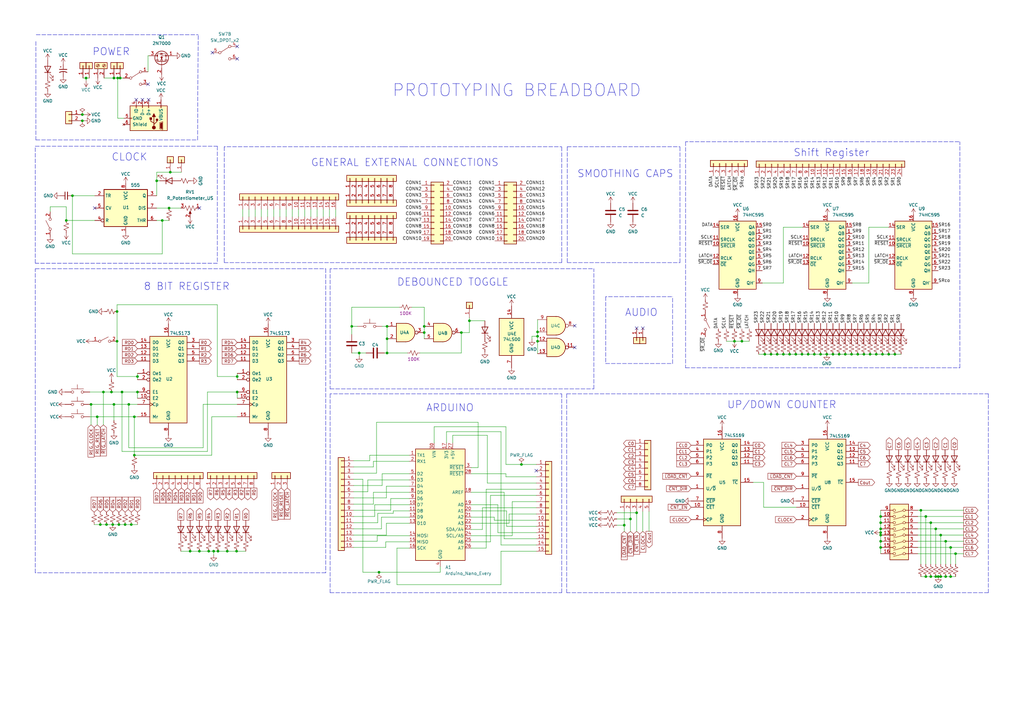
<source format=kicad_sch>
(kicad_sch (version 20211123) (generator eeschema)
  (paper "A3")
  (junction (at 331.47 145.288))
  (junction (at 97.282 154.432))
  (junction (at 33.782 46.99))
  (junction (at 147.32 144.78))
  (junction (at 37.338 165.862))
  (junction (at 220.472 137.922))
  (junction (at 158.75 133.858))
  (junction (at 341.63 145.288))
  (junction (at 56.388 154.432))
  (junction (at 389.89 236.474))
  (junction (at 323.85 145.288))
  (junction (at 39.878 170.942))
  (junction (at 389.89 224.536))
  (junction (at 379.73 211.836))
  (junction (at 43.688 215.138))
  (junction (at 220.472 136.144))
  (junction (at 349.25 145.288))
  (junction (at 381.762 236.474))
  (junction (at 144.272 133.858))
  (junction (at 361.188 218.44))
  (junction (at 55.118 170.942))
  (junction (at 55.118 186.69))
  (junction (at 189.23 136.398))
  (junction (at 387.858 221.996))
  (junction (at 364.49 145.288))
  (junction (at 385.826 236.474))
  (junction (at 33.782 49.53))
  (junction (at 367.03 145.288))
  (junction (at 158.75 138.938))
  (junction (at 354.33 145.288))
  (junction (at 361.188 216.916))
  (junction (at 87.63 226.06))
  (junction (at 27.178 90.424))
  (junction (at 77.978 226.06))
  (junction (at 383.794 216.916))
  (junction (at 381.762 214.376))
  (junction (at 46.736 32.004))
  (junction (at 351.79 145.288))
  (junction (at 261.112 210.312))
  (junction (at 334.01 145.288))
  (junction (at 56.388 160.782))
  (junction (at 336.55 145.288))
  (junction (at 42.418 160.782))
  (junction (at 52.832 165.862))
  (junction (at 158.75 144.78))
  (junction (at 81.788 226.06))
  (junction (at 48.006 139.954))
  (junction (at 85.598 226.06))
  (junction (at 97.282 160.782))
  (junction (at 377.698 209.296))
  (junction (at 46.228 215.138))
  (junction (at 313.69 145.288))
  (junction (at 64.262 74.168))
  (junction (at 49.276 32.004))
  (junction (at 361.188 224.536))
  (junction (at 304.292 139.954))
  (junction (at 69.85 70.612))
  (junction (at 321.31 145.288))
  (junction (at 328.93 145.288))
  (junction (at 41.148 215.138))
  (junction (at 383.794 236.474))
  (junction (at 93.218 226.06))
  (junction (at 385.826 219.456))
  (junction (at 339.09 145.288))
  (junction (at 361.188 221.996))
  (junction (at 361.188 211.836))
  (junction (at 213.868 190.5))
  (junction (at 344.17 145.288))
  (junction (at 45.72 160.782))
  (junction (at 316.23 145.288))
  (junction (at 89.408 226.06))
  (junction (at 53.848 215.138))
  (junction (at 66.548 90.424))
  (junction (at 35.306 32.004))
  (junction (at 51.308 215.138))
  (junction (at 258.572 212.852))
  (junction (at 48.006 127.762))
  (junction (at 69.342 85.344))
  (junction (at 318.77 145.288))
  (junction (at 361.188 219.456))
  (junction (at 346.71 145.288))
  (junction (at 173.99 136.398))
  (junction (at 256.032 215.392))
  (junction (at 301.244 139.954))
  (junction (at 379.73 236.474))
  (junction (at 155.448 234.696))
  (junction (at 50.038 160.782))
  (junction (at 220.472 139.954))
  (junction (at 29.718 80.264))
  (junction (at 48.26 32.004))
  (junction (at 192.532 131.572))
  (junction (at 387.858 236.474))
  (junction (at 326.39 145.288))
  (junction (at 359.41 145.288))
  (junction (at 97.028 226.06))
  (junction (at 391.922 227.076))
  (junction (at 46.736 165.862))
  (junction (at 356.87 145.288))
  (junction (at 361.95 145.288))
  (junction (at 173.99 133.858))
  (junction (at 48.768 215.138))
  (junction (at 384.81 236.474))
  (junction (at 361.188 214.376))
  (no_connect (at 38.862 85.344))
  (no_connect (at 81.788 85.344))
  (no_connect (at 60.96 40.894))
  (no_connect (at 58.42 40.894))
  (no_connect (at 55.88 40.894))
  (no_connect (at 261.112 134.62))
  (no_connect (at 263.652 134.62))
  (no_connect (at 60.706 34.544))
  (no_connect (at 87.122 21.59))
  (no_connect (at 97.282 19.05))
  (no_connect (at 97.282 24.13))
  (no_connect (at 235.712 142.494))
  (no_connect (at 235.712 133.604))
  (no_connect (at 219.964 193.04))
  (wire (pts (xy 60.706 22.86) (xy 61.214 22.86)))
  (wire (pts (xy 27.178 84.836) (xy 27.178 90.424)))
  (wire (pts (xy 51.308 215.138) (xy 53.848 215.138)))
  (polyline (pts (xy 188.722 110.236) (xy 243.586 110.236)))
  (polyline (pts (xy 14.478 107.95) (xy 14.478 59.944)))
  (polyline (pts (xy 405.384 243.078) (xy 232.41 243.078)))
  (wire (pts (xy 46.228 215.138) (xy 48.768 215.138)))
  (wire (pts (xy 311.15 145.288) (xy 313.69 145.288)))
  (wire (pts (xy 97.282 154.432) (xy 97.282 155.702)))
  (wire (pts (xy 150.876 196.85) (xy 150.876 201.676)))
  (wire (pts (xy 168.91 125.984) (xy 173.99 125.984)))
  (wire (pts (xy 39.878 170.942) (xy 55.118 170.942)))
  (wire (pts (xy 356.362 93.218) (xy 364.49 93.218)))
  (polyline (pts (xy 53.086 14.224) (xy 81.28 14.224)))
  (wire (pts (xy 220.472 131.064) (xy 220.472 136.144)))
  (wire (pts (xy 210.058 219.71) (xy 210.058 205.74)))
  (polyline (pts (xy 135.382 159.512) (xy 243.586 159.512)))
  (polyline (pts (xy 165.608 60.198) (xy 230.378 60.198)))
  (wire (pts (xy 199.39 200.66) (xy 219.964 200.66)))
  (polyline (pts (xy 232.664 107.696) (xy 278.892 107.696)))
  (polyline (pts (xy 165.608 60.198) (xy 91.948 60.198)))
  (wire (pts (xy 86.868 170.942) (xy 86.868 186.69)))
  (wire (pts (xy 42.418 160.782) (xy 45.72 160.782)))
  (wire (pts (xy 37.338 165.862) (xy 46.736 165.862)))
  (wire (pts (xy 162.814 239.776) (xy 205.486 239.776)))
  (wire (pts (xy 252.984 210.312) (xy 261.112 210.312)))
  (wire (pts (xy 377.698 236.474) (xy 379.73 236.474)))
  (wire (pts (xy 144.272 133.858) (xy 144.272 137.16)))
  (wire (pts (xy 161.29 209.55) (xy 167.894 209.55)))
  (wire (pts (xy 341.63 145.288) (xy 344.17 145.288)))
  (wire (pts (xy 364.49 145.288) (xy 367.03 145.288)))
  (wire (pts (xy 97.282 153.162) (xy 97.282 154.432)))
  (wire (pts (xy 145.034 188.976) (xy 151.638 188.976)))
  (wire (pts (xy 29.718 80.264) (xy 29.718 104.14)))
  (wire (pts (xy 35.306 33.02) (xy 35.306 32.004)))
  (wire (pts (xy 29.718 80.264) (xy 38.862 80.264)))
  (wire (pts (xy 156.718 199.136) (xy 156.718 194.31)))
  (wire (pts (xy 210.058 205.74) (xy 219.964 205.74)))
  (wire (pts (xy 145.034 194.056) (xy 154.432 194.056)))
  (wire (pts (xy 313.182 208.026) (xy 326.644 208.026)))
  (wire (pts (xy 36.83 160.782) (xy 42.418 160.782)))
  (wire (pts (xy 208.788 214.63) (xy 208.788 210.82)))
  (wire (pts (xy 321.31 116.078) (xy 321.31 93.218)))
  (wire (pts (xy 205.486 226.06) (xy 219.964 226.06)))
  (wire (pts (xy 124.968 88.9) (xy 124.968 85.852)))
  (wire (pts (xy 158.496 219.456) (xy 158.496 214.63)))
  (wire (pts (xy 46.736 165.862) (xy 52.832 165.862)))
  (wire (pts (xy 220.472 136.144) (xy 220.472 137.922)))
  (wire (pts (xy 153.162 189.23) (xy 153.162 191.516)))
  (wire (pts (xy 376.428 219.456) (xy 385.826 219.456)))
  (polyline (pts (xy 343.916 58.166) (xy 281.178 58.166)))
  (polyline (pts (xy 230.378 243.078) (xy 230.378 161.544)))
  (wire (pts (xy 334.01 145.288) (xy 336.55 145.288)))
  (wire (pts (xy 173.99 136.398) (xy 173.99 138.938)))
  (wire (pts (xy 50.038 160.782) (xy 56.388 160.782)))
  (wire (pts (xy 207.518 190.5) (xy 213.868 190.5)))
  (wire (pts (xy 41.148 215.138) (xy 43.688 215.138)))
  (wire (pts (xy 385.826 236.474) (xy 387.858 236.474)))
  (wire (pts (xy 144.272 133.858) (xy 146.558 133.858)))
  (polyline (pts (xy 14.478 234.95) (xy 14.478 110.236)))
  (wire (pts (xy 163.83 125.984) (xy 144.272 125.984)))
  (wire (pts (xy 172.212 144.78) (xy 189.23 144.78)))
  (wire (pts (xy 356.87 145.288) (xy 359.41 145.288)))
  (wire (pts (xy 158.496 214.63) (xy 167.894 214.63)))
  (wire (pts (xy 206.756 201.93) (xy 193.294 201.93)))
  (wire (pts (xy 87.63 227.584) (xy 87.63 226.06)))
  (wire (pts (xy 160.274 204.47) (xy 167.894 204.47)))
  (wire (pts (xy 48.006 124.968) (xy 48.006 127.762)))
  (wire (pts (xy 199.898 198.12) (xy 199.898 178.562)))
  (polyline (pts (xy 278.892 107.696) (xy 278.892 60.198)))
  (wire (pts (xy 361.188 214.376) (xy 361.188 216.916)))
  (wire (pts (xy 144.272 144.78) (xy 147.32 144.78)))
  (wire (pts (xy 39.878 170.942) (xy 39.878 174.244)))
  (wire (pts (xy 156.718 194.31) (xy 167.894 194.31)))
  (wire (pts (xy 83.312 165.862) (xy 83.312 183.642)))
  (wire (pts (xy 55.118 186.69) (xy 86.868 186.69)))
  (wire (pts (xy 356.362 116.078) (xy 356.362 93.218)))
  (wire (pts (xy 160.274 209.296) (xy 160.274 204.47)))
  (wire (pts (xy 158.242 224.536) (xy 158.242 222.25)))
  (wire (pts (xy 258.572 212.852) (xy 258.572 217.932)))
  (wire (pts (xy 154.94 210.566) (xy 161.29 210.566)))
  (wire (pts (xy 361.188 219.456) (xy 361.188 221.996)))
  (wire (pts (xy 52.832 183.642) (xy 52.832 165.862)))
  (wire (pts (xy 344.17 145.288) (xy 346.71 145.288)))
  (wire (pts (xy 154.432 173.228) (xy 196.088 173.228)))
  (polyline (pts (xy 262.636 121.666) (xy 248.412 121.666)))
  (wire (pts (xy 387.858 221.996) (xy 387.858 231.394)))
  (wire (pts (xy 167.894 207.01) (xy 153.67 207.01)))
  (wire (pts (xy 127.508 88.9) (xy 127.508 85.852)))
  (wire (pts (xy 381.762 236.474) (xy 383.794 236.474)))
  (wire (pts (xy 66.548 104.14) (xy 29.718 104.14)))
  (wire (pts (xy 205.486 177.038) (xy 205.486 223.52)))
  (wire (pts (xy 206.756 220.98) (xy 206.756 201.93)))
  (wire (pts (xy 381.762 214.376) (xy 381.762 231.394)))
  (wire (pts (xy 85.598 226.06) (xy 81.788 226.06)))
  (wire (pts (xy 145.034 204.216) (xy 158.496 204.216)))
  (polyline (pts (xy 135.382 161.544) (xy 135.382 243.078)))
  (wire (pts (xy 189.23 136.398) (xy 192.532 136.398)))
  (wire (pts (xy 202.692 212.09) (xy 193.294 212.09)))
  (wire (pts (xy 69.85 70.612) (xy 64.262 70.612)))
  (wire (pts (xy 156.464 212.09) (xy 156.464 216.916)))
  (wire (pts (xy 207.518 175.006) (xy 207.518 190.5)))
  (wire (pts (xy 135.128 88.9) (xy 135.128 85.852)))
  (wire (pts (xy 153.162 201.93) (xy 153.162 206.756)))
  (wire (pts (xy 66.548 90.424) (xy 66.548 104.14)))
  (wire (pts (xy 20.574 84.836) (xy 20.574 86.868)))
  (polyline (pts (xy 53.086 14.224) (xy 14.732 14.224)))
  (wire (pts (xy 192.532 131.572) (xy 192.532 136.398)))
  (wire (pts (xy 361.188 218.44) (xy 361.188 219.456)))
  (wire (pts (xy 36.83 165.862) (xy 37.338 165.862)))
  (wire (pts (xy 148.844 196.596) (xy 145.034 196.596)))
  (wire (pts (xy 219.964 213.36) (xy 202.692 213.36)))
  (wire (pts (xy 261.112 209.804) (xy 261.112 210.312)))
  (polyline (pts (xy 230.378 107.696) (xy 230.378 60.198)))
  (wire (pts (xy 60.706 29.464) (xy 60.706 22.86)))
  (polyline (pts (xy 133.604 110.236) (xy 133.604 143.002)))
  (wire (pts (xy 64.262 74.168) (xy 64.262 80.264)))
  (polyline (pts (xy 91.948 107.696) (xy 230.378 107.696)))
  (wire (pts (xy 349.25 145.288) (xy 351.79 145.288)))
  (wire (pts (xy 43.688 215.138) (xy 46.228 215.138)))
  (wire (pts (xy 385.826 219.456) (xy 395.224 219.456)))
  (wire (pts (xy 167.894 189.23) (xy 153.162 189.23)))
  (polyline (pts (xy 232.41 161.544) (xy 405.384 161.544)))
  (wire (pts (xy 313.182 197.866) (xy 313.182 208.026)))
  (polyline (pts (xy 188.722 110.236) (xy 135.382 110.236)))
  (wire (pts (xy 48.26 32.004) (xy 49.276 32.004)))
  (wire (pts (xy 387.858 236.474) (xy 389.89 236.474)))
  (wire (pts (xy 107.188 88.9) (xy 107.188 85.852)))
  (wire (pts (xy 219.964 218.44) (xy 204.216 218.44)))
  (wire (pts (xy 102.108 88.9) (xy 102.108 85.852)))
  (wire (pts (xy 158.496 204.216) (xy 158.496 199.39)))
  (wire (pts (xy 33.782 49.53) (xy 34.544 49.53)))
  (wire (pts (xy 147.32 144.78) (xy 150.114 144.78)))
  (wire (pts (xy 189.23 144.78) (xy 189.23 136.398)))
  (wire (pts (xy 89.408 226.06) (xy 93.218 226.06)))
  (wire (pts (xy 158.496 199.39) (xy 167.894 199.39)))
  (wire (pts (xy 381.762 214.376) (xy 395.224 214.376)))
  (wire (pts (xy 318.77 145.288) (xy 321.31 145.288)))
  (polyline (pts (xy 232.664 60.198) (xy 232.664 107.696)))
  (wire (pts (xy 167.894 219.71) (xy 154.686 219.71)))
  (wire (pts (xy 87.63 226.06) (xy 89.408 226.06)))
  (polyline (pts (xy 393.7 150.876) (xy 393.7 58.166)))
  (wire (pts (xy 81.788 226.06) (xy 77.978 226.06)))
  (wire (pts (xy 361.95 145.288) (xy 364.49 145.288)))
  (wire (pts (xy 252.984 212.852) (xy 258.572 212.852)))
  (wire (pts (xy 154.94 214.376) (xy 154.94 210.566)))
  (wire (pts (xy 49.276 32.004) (xy 50.546 32.004)))
  (wire (pts (xy 122.428 88.9) (xy 122.428 85.852)))
  (wire (pts (xy 252.984 215.392) (xy 256.032 215.392)))
  (polyline (pts (xy 133.604 143.002) (xy 133.604 234.95)))
  (wire (pts (xy 312.674 116.078) (xy 321.31 116.078)))
  (wire (pts (xy 207.518 194.31) (xy 207.518 195.58)))
  (wire (pts (xy 218.186 137.922) (xy 218.186 139.192)))
  (polyline (pts (xy 14.732 57.404) (xy 81.026 57.404)))
  (wire (pts (xy 109.728 88.9) (xy 109.728 85.852)))
  (wire (pts (xy 137.668 88.9) (xy 137.668 85.852)))
  (wire (pts (xy 204.216 218.44) (xy 204.216 207.01)))
  (wire (pts (xy 56.388 160.782) (xy 56.388 163.322)))
  (wire (pts (xy 376.428 221.996) (xy 387.858 221.996)))
  (wire (pts (xy 376.428 211.836) (xy 379.73 211.836)))
  (polyline (pts (xy 232.664 60.198) (xy 278.892 60.198)))
  (wire (pts (xy 361.188 224.536) (xy 361.188 227.076)))
  (wire (pts (xy 376.428 224.536) (xy 389.89 224.536)))
  (wire (pts (xy 42.418 160.782) (xy 42.418 174.244)))
  (wire (pts (xy 308.864 197.866) (xy 313.182 197.866)))
  (wire (pts (xy 377.698 209.296) (xy 377.698 231.394)))
  (polyline (pts (xy 188.722 161.544) (xy 135.382 161.544)))
  (polyline (pts (xy 232.41 161.544) (xy 232.41 243.078)))
  (wire (pts (xy 144.272 125.984) (xy 144.272 133.858)))
  (polyline (pts (xy 14.478 59.944) (xy 51.308 59.944)))
  (wire (pts (xy 207.772 215.9) (xy 219.964 215.9)))
  (wire (pts (xy 199.39 224.79) (xy 199.39 200.66)))
  (wire (pts (xy 379.73 236.474) (xy 381.762 236.474)))
  (wire (pts (xy 56.388 154.432) (xy 56.388 155.702)))
  (wire (pts (xy 205.486 223.52) (xy 219.964 223.52)))
  (polyline (pts (xy 281.178 58.166) (xy 281.178 150.876)))
  (wire (pts (xy 145.034 209.296) (xy 160.274 209.296)))
  (wire (pts (xy 69.342 85.344) (xy 74.168 85.344)))
  (wire (pts (xy 361.188 211.836) (xy 361.188 214.376)))
  (wire (pts (xy 361.188 221.996) (xy 361.188 224.536)))
  (wire (pts (xy 33.274 46.99) (xy 33.782 46.99)))
  (wire (pts (xy 45.72 160.782) (xy 50.038 160.782)))
  (wire (pts (xy 256.032 209.804) (xy 256.032 215.392)))
  (polyline (pts (xy 262.382 121.666) (xy 275.844 121.666)))
  (wire (pts (xy 158.75 133.858) (xy 158.75 138.938)))
  (wire (pts (xy 148.844 234.696) (xy 148.844 196.596)))
  (wire (pts (xy 213.868 190.5) (xy 219.964 190.5)))
  (wire (pts (xy 321.31 93.218) (xy 329.184 93.218)))
  (wire (pts (xy 83.312 165.862) (xy 97.282 165.862)))
  (wire (pts (xy 261.112 210.312) (xy 261.112 217.932)))
  (wire (pts (xy 48.006 139.954) (xy 48.006 154.432)))
  (wire (pts (xy 99.568 88.9) (xy 99.568 85.852)))
  (wire (pts (xy 379.73 231.394) (xy 379.73 211.836)))
  (wire (pts (xy 178.054 175.006) (xy 178.054 181.61)))
  (wire (pts (xy 219.964 208.28) (xy 197.866 208.28)))
  (wire (pts (xy 193.294 219.71) (xy 210.058 219.71)))
  (wire (pts (xy 46.736 32.004) (xy 48.26 32.004)))
  (wire (pts (xy 74.422 70.612) (xy 69.85 70.612)))
  (wire (pts (xy 196.088 191.77) (xy 193.294 191.77)))
  (wire (pts (xy 197.866 217.17) (xy 193.294 217.17)))
  (wire (pts (xy 66.548 90.424) (xy 69.342 90.424)))
  (wire (pts (xy 384.81 236.474) (xy 385.826 236.474)))
  (wire (pts (xy 377.698 209.296) (xy 395.224 209.296)))
  (wire (pts (xy 167.894 201.93) (xy 153.162 201.93)))
  (wire (pts (xy 85.09 185.166) (xy 85.09 160.782)))
  (wire (pts (xy 56.388 153.162) (xy 56.388 154.432)))
  (wire (pts (xy 183.134 177.038) (xy 205.486 177.038)))
  (wire (pts (xy 48.006 154.432) (xy 56.388 154.432)))
  (wire (pts (xy 150.876 201.676) (xy 145.034 201.676)))
  (wire (pts (xy 197.866 208.28) (xy 197.866 217.17)))
  (wire (pts (xy 201.168 222.25) (xy 193.294 222.25)))
  (wire (pts (xy 205.486 239.776) (xy 205.486 226.06)))
  (wire (pts (xy 64.262 74.168) (xy 65.532 74.168)))
  (wire (pts (xy 193.294 194.31) (xy 207.518 194.31)))
  (polyline (pts (xy 243.586 159.512) (xy 243.586 110.236)))
  (wire (pts (xy 383.794 216.916) (xy 383.794 231.394)))
  (wire (pts (xy 162.814 224.79) (xy 162.814 239.776)))
  (polyline (pts (xy 91.948 60.198) (xy 91.948 107.696)))
  (polyline (pts (xy 405.384 161.544) (xy 405.384 243.078)))
  (wire (pts (xy 167.894 196.85) (xy 150.876 196.85)))
  (wire (pts (xy 263.652 209.804) (xy 263.652 217.932)))
  (wire (pts (xy 297.942 139.954) (xy 301.244 139.954)))
  (wire (pts (xy 361.188 216.916) (xy 361.188 218.44)))
  (polyline (pts (xy 81.026 57.404) (xy 81.28 14.224)))
  (wire (pts (xy 117.348 88.9) (xy 117.348 85.852)))
  (wire (pts (xy 37.338 165.862) (xy 37.338 174.244)))
  (wire (pts (xy 64.262 90.424) (xy 66.548 90.424)))
  (wire (pts (xy 219.964 220.98) (xy 206.756 220.98)))
  (polyline (pts (xy 248.412 121.666) (xy 248.412 149.098)))
  (wire (pts (xy 145.034 199.136) (xy 156.718 199.136)))
  (wire (pts (xy 77.978 226.06) (xy 74.168 226.06)))
  (wire (pts (xy 38.862 90.424) (xy 27.178 90.424)))
  (wire (pts (xy 158.75 144.78) (xy 167.132 144.78)))
  (wire (pts (xy 258.572 209.804) (xy 258.572 212.852)))
  (wire (pts (xy 326.39 145.288) (xy 328.93 145.288)))
  (wire (pts (xy 145.034 224.536) (xy 158.242 224.536)))
  (wire (pts (xy 376.428 214.376) (xy 381.762 214.376)))
  (wire (pts (xy 219.964 203.2) (xy 201.168 203.2)))
  (wire (pts (xy 167.894 212.09) (xy 156.464 212.09)))
  (wire (pts (xy 313.69 145.288) (xy 316.23 145.288)))
  (wire (pts (xy 383.794 236.474) (xy 384.81 236.474)))
  (wire (pts (xy 336.55 145.288) (xy 339.09 145.288)))
  (wire (pts (xy 173.99 125.984) (xy 173.99 133.858)))
  (wire (pts (xy 185.674 178.562) (xy 185.674 181.61)))
  (wire (pts (xy 316.23 145.288) (xy 318.77 145.288)))
  (wire (pts (xy 33.274 49.53) (xy 33.782 49.53)))
  (wire (pts (xy 48.768 215.138) (xy 51.308 215.138)))
  (wire (pts (xy 389.89 224.536) (xy 395.224 224.536)))
  (wire (pts (xy 379.73 211.836) (xy 395.224 211.836)))
  (polyline (pts (xy 135.382 110.236) (xy 135.382 159.512)))
  (wire (pts (xy 346.71 145.288) (xy 349.25 145.288)))
  (wire (pts (xy 114.808 88.9) (xy 114.808 85.852)))
  (wire (pts (xy 153.67 211.836) (xy 145.034 211.836)))
  (polyline (pts (xy 14.478 110.236) (xy 133.604 110.236)))
  (wire (pts (xy 180.594 234.696) (xy 155.448 234.696)))
  (wire (pts (xy 154.432 194.056) (xy 154.432 173.228)))
  (polyline (pts (xy 343.662 58.166) (xy 393.7 58.166)))
  (wire (pts (xy 154.686 219.71) (xy 154.686 221.996)))
  (wire (pts (xy 202.692 213.36) (xy 202.692 212.09)))
  (wire (pts (xy 196.088 173.228) (xy 196.088 191.77)))
  (wire (pts (xy 321.31 145.288) (xy 323.85 145.288)))
  (polyline (pts (xy 135.382 243.078) (xy 230.378 243.078)))
  (polyline (pts (xy 14.732 17.018) (xy 14.732 57.404)))
  (wire (pts (xy 323.85 145.288) (xy 326.39 145.288)))
  (wire (pts (xy 48.006 127.762) (xy 48.006 139.954)))
  (polyline (pts (xy 133.604 234.95) (xy 14.478 234.95)))
  (wire (pts (xy 119.888 88.9) (xy 119.888 85.852)))
  (wire (pts (xy 207.518 195.58) (xy 219.964 195.58)))
  (wire (pts (xy 153.162 191.516) (xy 145.034 191.516)))
  (wire (pts (xy 361.188 209.296) (xy 361.188 211.836)))
  (polyline (pts (xy 89.154 59.944) (xy 89.154 107.95)))
  (wire (pts (xy 359.41 145.288) (xy 361.95 145.288)))
  (wire (pts (xy 97.282 160.782) (xy 97.282 163.322)))
  (wire (pts (xy 145.034 214.376) (xy 154.94 214.376)))
  (wire (pts (xy 147.32 144.78) (xy 147.32 146.05)))
  (wire (pts (xy 376.428 227.076) (xy 391.922 227.076)))
  (wire (pts (xy 34.036 32.004) (xy 35.306 32.004)))
  (wire (pts (xy 349.504 116.078) (xy 356.362 116.078)))
  (wire (pts (xy 153.162 206.756) (xy 145.034 206.756)))
  (wire (pts (xy 104.648 88.9) (xy 104.648 85.852)))
  (wire (pts (xy 53.848 215.138) (xy 56.388 215.138)))
  (wire (pts (xy 193.294 209.55) (xy 207.772 209.55)))
  (wire (pts (xy 192.532 131.572) (xy 198.882 131.572)))
  (wire (pts (xy 199.898 178.562) (xy 185.674 178.562)))
  (wire (pts (xy 33.782 46.99) (xy 34.544 46.99)))
  (wire (pts (xy 207.772 209.55) (xy 207.772 215.9)))
  (wire (pts (xy 158.75 144.78) (xy 157.734 144.78)))
  (wire (pts (xy 385.826 219.456) (xy 385.826 231.394)))
  (wire (pts (xy 145.034 219.456) (xy 158.496 219.456)))
  (wire (pts (xy 48.26 32.004) (xy 48.26 48.514)))
  (wire (pts (xy 389.89 236.474) (xy 391.922 236.474)))
  (wire (pts (xy 50.038 185.166) (xy 85.09 185.166)))
  (wire (pts (xy 151.638 188.976) (xy 151.638 186.69)))
  (wire (pts (xy 161.29 210.566) (xy 161.29 209.55)))
  (wire (pts (xy 83.312 183.642) (xy 52.832 183.642)))
  (wire (pts (xy 201.168 203.2) (xy 201.168 222.25)))
  (wire (pts (xy 391.922 227.076) (xy 395.224 227.076)))
  (wire (pts (xy 158.75 138.938) (xy 158.75 144.78)))
  (wire (pts (xy 55.118 170.942) (xy 55.118 186.69)))
  (wire (pts (xy 391.922 227.076) (xy 391.922 231.394)))
  (wire (pts (xy 158.242 222.25) (xy 167.894 222.25)))
  (wire (pts (xy 93.218 226.06) (xy 97.028 226.06)))
  (wire (pts (xy 50.8 48.514) (xy 48.26 48.514)))
  (wire (pts (xy 64.262 85.344) (xy 69.342 85.344)))
  (wire (pts (xy 50.038 160.782) (xy 50.038 185.166)))
  (wire (pts (xy 156.718 133.858) (xy 158.75 133.858)))
  (wire (pts (xy 52.832 165.862) (xy 56.388 165.862)))
  (wire (pts (xy 351.79 145.288) (xy 354.33 145.288)))
  (wire (pts (xy 97.028 226.06) (xy 100.838 226.06)))
  (wire (pts (xy 367.03 145.288) (xy 369.57 145.288)))
  (polyline (pts (xy 281.178 150.876) (xy 393.7 150.876)))
  (wire (pts (xy 55.118 170.942) (xy 56.388 170.942)))
  (wire (pts (xy 178.054 175.006) (xy 207.518 175.006)))
  (wire (pts (xy 64.262 70.612) (xy 64.262 74.168)))
  (wire (pts (xy 331.47 145.288) (xy 334.01 145.288)))
  (wire (pts (xy 192.532 130.302) (xy 192.532 131.572)))
  (polyline (pts (xy 248.412 149.098) (xy 275.844 149.098)))
  (wire (pts (xy 204.216 207.01) (xy 193.294 207.01)))
  (wire (pts (xy 301.244 139.954) (xy 304.292 139.954)))
  (wire (pts (xy 89.154 154.432) (xy 97.282 154.432)))
  (wire (pts (xy 220.472 137.922) (xy 218.186 137.922)))
  (wire (pts (xy 86.868 170.942) (xy 97.282 170.942)))
  (wire (pts (xy 27.178 84.836) (xy 20.574 84.836)))
  (wire (pts (xy 38.608 215.138) (xy 41.148 215.138)))
  (wire (pts (xy 132.588 88.9) (xy 132.588 85.852)))
  (wire (pts (xy 130.048 88.9) (xy 130.048 85.852)))
  (wire (pts (xy 173.99 133.858) (xy 173.99 136.398)))
  (wire (pts (xy 85.09 160.782) (xy 97.282 160.782)))
  (wire (pts (xy 208.788 210.82) (xy 219.964 210.82)))
  (wire (pts (xy 167.894 224.79) (xy 162.814 224.79)))
  (wire (pts (xy 87.63 226.06) (xy 85.598 226.06)))
  (wire (pts (xy 180.594 232.41) (xy 180.594 234.696)))
  (wire (pts (xy 256.032 215.392) (xy 256.032 217.932)))
  (wire (pts (xy 339.09 145.288) (xy 341.63 145.288)))
  (polyline (pts (xy 51.054 59.944) (xy 89.154 59.944)))
  (wire (pts (xy 183.134 181.61) (xy 183.134 177.038)))
  (polyline (pts (xy 89.154 107.95) (xy 14.478 107.95)))
  (wire (pts (xy 153.67 207.01) (xy 153.67 211.836)))
  (polyline (pts (xy 188.468 161.544) (xy 230.378 161.544)))
  (wire (pts (xy 193.294 214.63) (xy 208.788 214.63)))
  (wire (pts (xy 36.83 170.942) (xy 39.878 170.942)))
  (wire (pts (xy 151.638 186.69) (xy 167.894 186.69)))
  (wire (pts (xy 328.93 145.288) (xy 331.47 145.288)))
  (wire (pts (xy 376.428 209.296) (xy 377.698 209.296)))
  (wire (pts (xy 156.464 216.916) (xy 145.034 216.916)))
  (polyline (pts (xy 275.844 149.098) (xy 275.844 121.666)))
  (wire (pts (xy 266.192 209.804) (xy 266.192 217.932)))
  (wire (pts (xy 354.33 145.288) (xy 356.87 145.288)))
  (wire (pts (xy 42.672 32.004) (xy 46.736 32.004)))
  (wire (pts (xy 304.292 139.954) (xy 307.34 139.954)))
  (wire (pts (xy 193.294 224.79) (xy 199.39 224.79)))
  (wire (pts (xy 89.154 124.968) (xy 48.006 124.968)))
  (wire (pts (xy 219.964 198.12) (xy 199.898 198.12)))
  (wire (pts (xy 376.428 216.916) (xy 383.794 216.916)))
  (wire (pts (xy 220.472 139.954) (xy 220.472 145.034)))
  (wire (pts (xy 389.89 224.536) (xy 389.89 231.394)))
  (wire (pts (xy 155.448 234.696) (xy 148.844 234.696)))
  (wire (pts (xy 46.736 172.466) (xy 46.736 165.862)))
  (wire (pts (xy 112.268 88.9) (xy 112.268 85.852)))
  (wire (pts (xy 383.794 216.916) (xy 395.224 216.916)))
  (wire (pts (xy 220.472 137.922) (xy 220.472 139.954)))
  (wire (pts (xy 35.306 32.004) (xy 36.576 32.004)))
  (wire (pts (xy 387.858 221.996) (xy 395.224 221.996)))
  (wire (pts (xy 154.686 221.996) (xy 145.034 221.996)))
  (wire (pts (xy 89.154 154.432) (xy 89.154 124.968)))
  (text "CLOCK" (at 45.72 66.294 0) (effects (font (size 3 3)) (justify left bottom)))
  (text "Shift Register" (at 356.616 64.516 180) (effects (font (size 3 3)) (justify right bottom)))
  (text "GENERAL EXTERNAL CONNECTIONS" (at 127.508 68.58 0) (effects (font (size 3 3)) (justify left bottom)))
  (text "PROTOTYPING BREADBOARD" (at 160.782 40.132 0) (effects (font (size 5 5)) (justify left bottom)))
  (text "DEBOUNCED TOGGLE" (at 162.814 117.602 0) (effects (font (size 3 3)) (justify left bottom)))
  (text "ARDUINO" (at 174.752 169.164 0) (effects (font (size 3 3)) (justify left bottom)))
  (text "UP/DOWN COUNTER" (at 298.196 167.894 0) (effects (font (size 3 3)) (justify left bottom)))
  (text "AUDIO" (at 256.286 130.048 0) (effects (font (size 3 3)) (justify left bottom)))
  (text "SMOOTHING CAPS" (at 236.728 73.152 0) (effects (font (size 3 3)) (justify left bottom)))
  (text "POWER" (at 37.846 23.114 0) (effects (font (size 3 3)) (justify left bottom)))
  (text "8 BIT REGISTER" (at 58.928 119.38 0) (effects (font (size 3 3)) (justify left bottom)))
  (label "SR2" (at 364.744 72.39 270))
  (label "CONN6" (at 172.974 88.646 180))
  (label "CONN9" (at 172.974 96.266 180))
  (label "SR21" (at 384.81 105.918 0))
  (label "SR21" (at 316.23 132.588 90))
  (label "SR0" (at 312.674 93.218 0))
  (label "SR14" (at 349.504 108.458 0))
  (label "CONN1" (at 172.974 75.946 180))
  (label "CONN4" (at 202.946 83.566 180))
  (label "SR13" (at 336.804 72.39 270))
  (label "CONN12" (at 215.646 78.486 0))
  (label "SR4" (at 312.674 103.378 0))
  (label "CONN2" (at 202.946 78.486 180))
  (label "CONN2" (at 172.974 78.486 180))
  (label "CONN11" (at 185.674 75.946 0))
  (label "CONN1" (at 202.946 75.946 180))
  (label "SR6" (at 354.584 72.39 270))
  (label "SR3" (at 312.674 100.838 0))
  (label "SRco" (at 384.81 116.078 0))
  (label "SR13" (at 349.504 105.918 0))
  (label "CONN7" (at 172.974 91.186 180))
  (label "CONN5" (at 202.946 86.106 180))
  (label "SR17" (at 384.81 95.758 0))
  (label "SR15" (at 331.47 132.588 90))
  (label "SR4" (at 359.664 72.39 270))
  (label "CONN19" (at 185.674 96.266 0))
  (label "SR15" (at 331.724 72.39 270))
  (label "SR8" (at 349.504 93.218 0))
  (label "LATCH" (at 329.184 105.918 180))
  (label "SR0" (at 369.824 72.39 270))
  (label "SR2" (at 364.49 132.588 90))
  (label "CONN18" (at 215.646 93.726 0))
  (label "SR3" (at 361.95 132.588 90))
  (label "CONN19" (at 215.646 96.266 0))
  (label "SR3" (at 362.204 72.39 270))
  (label "SR15" (at 349.504 110.998 0))
  (label "CONN20" (at 185.674 98.806 0))
  (label "SR17" (at 326.644 72.39 270))
  (label "CONN14" (at 185.674 83.566 0))
  (label "SR20" (at 384.81 103.378 0))
  (label "SR1" (at 367.284 72.39 270))
  (label "SR18" (at 323.85 132.588 90))
  (label "SR18" (at 324.104 72.39 270))
  (label "SCLK" (at 295.148 72.136 270))
  (label "SR1" (at 312.674 95.758 0))
  (label "SR23" (at 311.404 72.39 270))
  (label "SR6" (at 312.674 108.458 0))
  (label "SR19" (at 321.31 132.588 90))
  (label "CONN15" (at 215.646 86.106 0))
  (label "SR12" (at 339.09 132.588 90))
  (label "SR17" (at 326.39 132.588 90))
  (label "CONN13" (at 215.646 81.026 0))
  (label "SR10" (at 344.424 72.39 270))
  (label "~{SR_OE}" (at 292.354 108.458 180))
  (label "CONN11" (at 215.646 75.946 0))
  (label "SR16" (at 329.184 72.39 270))
  (label "LATCH" (at 364.49 105.918 180))
  (label "~{RESET}" (at 329.184 100.838 180))
  (label "CONN9" (at 202.946 96.266 180))
  (label "SR12" (at 339.344 72.39 270))
  (label "LATCH" (at 307.34 134.874 90))
  (label "SCLK" (at 292.354 98.298 180))
  (label "SR23" (at 311.15 132.588 90))
  (label "CONN6" (at 202.946 88.646 180))
  (label "SR0" (at 369.57 132.588 90))
  (label "DATA" (at 294.64 134.874 90))
  (label "SR5" (at 356.87 132.588 90))
  (label "SCLK" (at 297.942 134.874 90))
  (label "SR13" (at 336.55 132.588 90))
  (label "CONN13" (at 185.674 81.026 0))
  (label "CONN10" (at 202.946 98.806 180))
  (label "CONN16" (at 215.646 88.646 0))
  (label "CONN3" (at 172.974 81.026 180))
  (label "CONN10" (at 172.974 98.806 180))
  (label "SR9" (at 346.71 132.588 90))
  (label "SR6" (at 354.33 132.588 90))
  (label "DATA" (at 292.608 72.136 270))
  (label "SR5" (at 312.674 105.918 0))
  (label "SR11" (at 341.63 132.588 90))
  (label "SR14" (at 334.01 132.588 90))
  (label "~{SR_OE}" (at 329.184 108.458 180))
  (label "CONN12" (at 185.674 78.486 0))
  (label "CONN3" (at 202.946 81.026 180))
  (label "SR20" (at 319.024 72.39 270))
  (label "SR11" (at 349.504 100.838 0))
  (label "SRco" (at 305.308 72.136 270))
  (label "SR5" (at 357.124 72.39 270))
  (label "SR1" (at 367.03 132.588 90))
  (label "~{RESET}" (at 297.688 72.136 270))
  (label "LATCH" (at 300.228 72.136 270))
  (label "SR22" (at 313.944 72.39 270))
  (label "SR7" (at 352.044 72.39 270))
  (label "CONN17" (at 185.674 91.186 0))
  (label "CONN4" (at 172.974 83.566 180))
  (label "SR21" (at 316.484 72.39 270))
  (label "SR16" (at 384.81 93.218 0))
  (label "SR8" (at 349.504 72.39 270))
  (label "SR9" (at 349.504 95.758 0))
  (label "SR22" (at 313.69 132.588 90))
  (label "CONN7" (at 202.946 91.186 180))
  (label "CONN5" (at 172.974 86.106 180))
  (label "SR8" (at 349.25 132.588 90))
  (label "CONN8" (at 202.946 93.726 180))
  (label "CONN17" (at 215.646 91.186 0))
  (label "SR7" (at 312.674 110.998 0))
  (label "SR10" (at 349.504 98.298 0))
  (label "CONN20" (at 215.646 98.806 0))
  (label "SR22" (at 384.81 108.458 0))
  (label "SR18" (at 384.81 98.298 0))
  (label "SR14" (at 334.264 72.39 270))
  (label "SR7" (at 351.79 132.588 90))
  (label "SR20" (at 318.77 132.588 90))
  (label "~{SR_OE}" (at 302.768 72.136 270))
  (label "CONN16" (at 185.674 88.646 0))
  (label "SR19" (at 321.564 72.39 270))
  (label "SR10" (at 344.17 132.588 90))
  (label "~{RESET}" (at 292.354 100.838 180))
  (label "CONN14" (at 215.646 83.566 0))
  (label "~{SR_OE}" (at 364.49 108.458 180))
  (label "DATA" (at 292.354 93.218 180))
  (label "CONN18" (at 185.674 93.726 0))
  (label "~{SR_OE}" (at 304.292 134.874 90))
  (label "~{SR_OE}" (at 289.306 138.176 270))
  (label "SR4" (at 359.41 132.588 90))
  (label "SR16" (at 328.93 132.588 90))
  (label "SR23" (at 384.81 110.998 0))
  (label "SR11" (at 341.884 72.39 270))
  (label "SR2" (at 312.674 98.298 0))
  (label "~{RESET}" (at 364.49 100.838 180))
  (label "SR9" (at 346.964 72.39 270))
  (label "SR12" (at 349.504 103.378 0))
  (label "CONN15" (at 185.674 86.106 0))
  (label "LATCH" (at 292.354 105.918 180))
  (label "CONN8" (at 172.974 93.726 180))
  (label "~{RESET}" (at 301.244 134.874 90))
  (label "SCLK" (at 364.49 98.298 180))
  (label "SR19" (at 384.81 100.838 0))
  (label "SCLK" (at 329.184 98.298 180))
  (global_label "R7" (shape output) (at 86.36 200.152 270) (property "Intersheet References" "${INTERSHEET_REFS}" (effects hide)))
  (global_label "REG_RESET" (shape input) (at 39.878 174.244 270) (property "Intersheet References" "${INTERSHEET_REFS}" (effects hide)))
  (global_label "RD7" (shape input) (at 64.262 200.152 270) (property "Intersheet References" "${INTERSHEET_REFS}" (effects hide)))
  (global_label "CL6" (shape input) (at 326.644 187.706 180) (property "Intersheet References" "${INTERSHEET_REFS}" (effects hide)))
  (global_label "RD1" (shape input) (at 79.502 200.152 270) (property "Intersheet References" "${INTERSHEET_REFS}" (effects hide)))
  (global_label "~{CNT_DIR}" (shape input) (at 283.464 200.406 180) (property "Intersheet References" "${INTERSHEET_REFS}" (effects hide)))
  (global_label "C5" (shape output) (at 352.044 185.166 0) (property "Intersheet References" "${INTERSHEET_REFS}" (effects hide)))
  (global_label "C0" (shape output) (at 308.864 182.626 0) (property "Intersheet References" "${INTERSHEET_REFS}" (effects hide)))
  (global_label "CL0" (shape output) (at 395.224 209.296 0) (property "Intersheet References" "${INTERSHEET_REFS}" (effects hide)))
  (global_label "CL5" (shape output) (at 395.224 221.996 0) (property "Intersheet References" "${INTERSHEET_REFS}" (effects hide)))
  (global_label "Cout" (shape output) (at 266.192 217.932 270) (property "Intersheet References" "${INTERSHEET_REFS}" (effects hide)))
  (global_label "R1" (shape output) (at 81.788 143.002 0) (property "Intersheet References" "${INTERSHEET_REFS}" (effects hide)))
  (global_label "C7" (shape output) (at 364.744 184.404 90) (property "Intersheet References" "${INTERSHEET_REFS}" (effects hide)))
  (global_label "CL3" (shape input) (at 283.464 190.246 180) (property "Intersheet References" "${INTERSHEET_REFS}" (effects hide)))
  (global_label "R0" (shape output) (at 81.788 140.462 0) (property "Intersheet References" "${INTERSHEET_REFS}" (effects hide)))
  (global_label "RD7" (shape input) (at 97.282 148.082 180) (property "Intersheet References" "${INTERSHEET_REFS}" (effects hide)))
  (global_label "CL5" (shape input) (at 326.644 185.166 180) (property "Intersheet References" "${INTERSHEET_REFS}" (effects hide)))
  (global_label "~{CNT_DIR}" (shape input) (at 258.572 217.932 270) (property "Intersheet References" "${INTERSHEET_REFS}" (effects hide)))
  (global_label "R7" (shape output) (at 74.168 213.36 90) (property "Intersheet References" "${INTERSHEET_REFS}" (effects hide)))
  (global_label "RD0" (shape input) (at 56.388 210.058 90) (property "Intersheet References" "${INTERSHEET_REFS}" (effects hide)))
  (global_label "R2" (shape output) (at 99.06 200.152 270) (property "Intersheet References" "${INTERSHEET_REFS}" (effects hide)))
  (global_label "RD0" (shape input) (at 56.388 140.462 180) (property "Intersheet References" "${INTERSHEET_REFS}" (effects hide)))
  (global_label "~{LOAD_CNT}" (shape input) (at 256.032 217.932 270) (property "Intersheet References" "${INTERSHEET_REFS}" (effects hide)))
  (global_label "C0" (shape output) (at 260.604 181.864 180) (property "Intersheet References" "${INTERSHEET_REFS}" (effects hide)))
  (global_label "C3" (shape output) (at 308.864 190.246 0) (property "Intersheet References" "${INTERSHEET_REFS}" (effects hide)))
  (global_label "RD6" (shape input) (at 97.282 145.542 180) (property "Intersheet References" "${INTERSHEET_REFS}" (effects hide)))
  (global_label "CLOCK" (shape input) (at 326.644 213.106 180) (property "Intersheet References" "${INTERSHEET_REFS}" (effects hide)))
  (global_label "CL7" (shape input) (at 326.644 190.246 180) (property "Intersheet References" "${INTERSHEET_REFS}" (effects hide)))
  (global_label "CL4" (shape input) (at 326.644 182.626 180) (property "Intersheet References" "${INTERSHEET_REFS}" (effects hide)))
  (global_label "C4" (shape output) (at 352.044 182.626 0) (property "Intersheet References" "${INTERSHEET_REFS}" (effects hide)))
  (global_label "C3" (shape output) (at 379.984 184.404 90) (property "Intersheet References" "${INTERSHEET_REFS}" (effects hide)))
  (global_label "R7" (shape output) (at 122.682 148.082 0) (property "Intersheet References" "${INTERSHEET_REFS}" (effects hide)))
  (global_label "R6" (shape output) (at 77.978 213.36 90) (property "Intersheet References" "${INTERSHEET_REFS}" (effects hide)))
  (global_label "RD2" (shape input) (at 51.308 210.058 90) (property "Intersheet References" "${INTERSHEET_REFS}" (effects hide)))
  (global_label "REG_CLOCK" (shape input) (at 112.776 200.152 270) (property "Intersheet References" "${INTERSHEET_REFS}" (effects hide)))
  (global_label "RD2" (shape input) (at 56.388 145.542 180) (property "Intersheet References" "${INTERSHEET_REFS}" (effects hide)))
  (global_label "R5" (shape output) (at 91.44 200.152 270) (property "Intersheet References" "${INTERSHEET_REFS}" (effects hide)))
  (global_label "CL2" (shape output) (at 395.224 214.376 0) (property "Intersheet References" "${INTERSHEET_REFS}" (effects hide)))
  (global_label "RD4" (shape input) (at 46.228 210.058 90) (property "Intersheet References" "${INTERSHEET_REFS}" (effects hide)))
  (global_label "R6" (shape output) (at 88.9 200.152 270) (property "Intersheet References" "${INTERSHEET_REFS}" (effects hide)))
  (global_label "C2" (shape output) (at 383.794 184.404 90) (property "Intersheet References" "${INTERSHEET_REFS}" (effects hide)))
  (global_label "CL0" (shape input) (at 283.464 182.626 180) (property "Intersheet References" "${INTERSHEET_REFS}" (effects hide)))
  (global_label "RD4" (shape input) (at 97.282 140.462 180) (property "Intersheet References" "${INTERSHEET_REFS}" (effects hide)))
  (global_label "C4" (shape output) (at 260.604 192.024 180) (property "Intersheet References" "${INTERSHEET_REFS}" (effects hide)))
  (global_label "C1" (shape output) (at 387.604 184.404 90) (property "Intersheet References" "${INTERSHEET_REFS}" (effects hide)))
  (global_label "C5" (shape output) (at 260.604 194.564 180) (property "Intersheet References" "${INTERSHEET_REFS}" (effects hide)))
  (global_label "C1" (shape output) (at 308.864 185.166 0) (property "Intersheet References" "${INTERSHEET_REFS}" (effects hide)))
  (global_label "RD5" (shape input) (at 43.688 210.058 90) (property "Intersheet References" "${INTERSHEET_REFS}" (effects hide)))
  (global_label "R1" (shape output) (at 101.6 200.152 270) (property "Intersheet References" "${INTERSHEET_REFS}" (effects hide)))
  (global_label "RD6" (shape input) (at 66.802 200.152 270) (property "Intersheet References" "${INTERSHEET_REFS}" (effects hide)))
  (global_label "CL1" (shape output) (at 395.224 211.836 0) (property "Intersheet References" "${INTERSHEET_REFS}" (effects hide)))
  (global_label "R0" (shape output) (at 100.838 213.36 90) (property "Intersheet References" "${INTERSHEET_REFS}" (effects hide)))
  (global_label "R4" (shape output) (at 85.598 213.36 90) (property "Intersheet References" "${INTERSHEET_REFS}" (effects hide)))
  (global_label "CLOCK" (shape input) (at 263.652 217.932 270) (property "Intersheet References" "${INTERSHEET_REFS}" (effects hide)))
  (global_label "R4" (shape output) (at 93.98 200.152 270) (property "Intersheet References" "${INTERSHEET_REFS}" (effects hide)))
  (global_label "~{CNT_DIR}" (shape input) (at 326.644 200.406 180) (property "Intersheet References" "${INTERSHEET_REFS}" (effects hide)))
  (global_label "C6" (shape output) (at 352.044 187.706 0) (property "Intersheet References" "${INTERSHEET_REFS}" (effects hide)))
  (global_label "~{REG_LATCH}" (shape input) (at 117.856 200.152 270) (property "Intersheet References" "${INTERSHEET_REFS}" (effects hide)))
  (global_label "R3" (shape output) (at 89.408 213.36 90) (property "Intersheet References" "${INTERSHEET_REFS}" (effects hide)))
  (global_label "RD1" (shape input) (at 56.388 143.002 180) (property "Intersheet References" "${INTERSHEET_REFS}" (effects hide)))
  (global_label "C5" (shape output) (at 372.364 184.404 90) (property "Intersheet References" "${INTERSHEET_REFS}" (effects hide)))
  (global_label "~{LOAD_CNT}" (shape input) (at 326.644 195.326 180) (property "Intersheet References" "${INTERSHEET_REFS}" (effects hide)))
  (global_label "~{CNT_EN}" (shape input) (at 261.112 217.932 270) (property "Intersheet References" "${INTERSHEET_REFS}" (effects hide)))
  (global_label "C7" (shape output) (at 352.044 190.246 0) (property "Intersheet References" "${INTERSHEET_REFS}" (effects hide)))
  (global_label "CL4" (shape output) (at 395.224 219.456 0) (property "Intersheet References" "${INTERSHEET_REFS}" (effects hide)))
  (global_label "Cout" (shape output) (at 352.044 197.866 0) (property "Intersheet References" "${INTERSHEET_REFS}" (effects hide)))
  (global_label "R1" (shape output) (at 97.028 213.36 90) (property "Intersheet References" "${INTERSHEET_REFS}" (effects hide)))
  (global_label "RD6" (shape input) (at 41.148 210.058 90) (property "Intersheet References" "${INTERSHEET_REFS}" (effects hide)))
  (global_label "CL7" (shape output) (at 395.224 227.076 0) (property "Intersheet References" "${INTERSHEET_REFS}" (effects hide)))
  (global_label "RD3" (shape input) (at 74.422 200.152 270) (property "Intersheet References" "${INTERSHEET_REFS}" (effects hide)))
  (global_label "CLOCK" (shape input) (at 283.464 213.106 180) (property "Intersheet References" "${INTERSHEET_REFS}" (effects hide)))
  (global_label "C2" (shape output) (at 308.864 187.706 0) (property "Intersheet References" "${INTERSHEET_REFS}" (effects hide)))
  (global_label "R2" (shape output) (at 93.218 213.36 90) (property "Intersheet References" "${INTERSHEET_REFS}" (effects hide)))
  (global_label "C4" (shape output) (at 376.174 184.404 90) (property "Intersheet References" "${INTERSHEET_REFS}" (effects hide)))
  (global_label "C1" (shape output) (at 260.604 184.404 180) (property "Intersheet References" "${INTERSHEET_REFS}" (effects hide)))
  (global_label "RD5" (shape input) (at 69.342 200.152 270) (property "Intersheet References" "${INTERSHEET_REFS}" (effects hide)))
  (global_label "CL2" (shape input) (at 283.464 187.706 180) (property "Intersheet References" "${INTERSHEET_REFS}" (effects hide)))
  (global_label "RD1" (shape input) (at 53.848 210.058 90) (property "Intersheet References" "${INTERSHEET_REFS}" (effects hide)))
  (global_label "R2" (shape output) (at 81.788 145.542 0) (property "Intersheet References" "${INTERSHEET_REFS}" (effects hide)))
  (global_label "REG_CLOCK" (shape input) (at 37.338 174.244 270) (property "Intersheet References" "${INTERSHEET_REFS}" (effects hide)))
  (global_label "R5" (shape output) (at 81.788 213.36 90) (property "Intersheet References" "${INTERSHEET_REFS}" (effects hide)))
  (global_label "C3" (shape output) (at 260.604 189.484 180) (property "Intersheet References" "${INTERSHEET_REFS}" (effects hide)))
  (global_label "REG_RESET" (shape input) (at 115.316 200.152 270) (property "Intersheet References" "${INTERSHEET_REFS}" (effects hide)))
  (global_label "R6" (shape output) (at 122.682 145.542 0) (property "Intersheet References" "${INTERSHEET_REFS}" (effects hide)))
  (global_label "C2" (shape output) (at 260.604 186.944 180) (property "Intersheet References" "${INTERSHEET_REFS}" (effects hide)))
  (global_label "R0" (shape output) (at 104.14 200.152 270) (property "Intersheet References" "${INTERSHEET_REFS}" (effects hide)))
  (global_label "C7" (shape output) (at 260.604 199.644 180) (property "Intersheet References" "${INTERSHEET_REFS}" (effects hide)))
  (global_label "R4" (shape output) (at 122.682 140.462 0) (property "Intersheet References" "${INTERSHEET_REFS}" (effects hide)))
  (global_label "RD2" (shape input) (at 76.962 200.152 270) (property "Intersheet References" "${INTERSHEET_REFS}" (effects hide)))
  (global_label "RD3" (shape input) (at 48.768 210.058 90) (property "Intersheet References" "${INTERSHEET_REFS}" (effects hide)))
  (global_label "C6" (shape output) (at 260.604 197.104 180) (property "Intersheet References" "${INTERSHEET_REFS}" (effects hide)))
  (global_label "RD5" (shape input) (at 97.282 143.002 180) (property "Intersheet References" "${INTERSHEET_REFS}" (effects hide)))
  (global_label "R3" (shape output) (at 96.52 200.152 270) (property "Intersheet References" "${INTERSHEET_REFS}" (effects hide)))
  (global_label "C0" (shape output) (at 391.414 184.404 90) (property "Intersheet References" "${INTERSHEET_REFS}" (effects hide)))
  (global_label "RD0" (shape input) (at 82.042 200.152 270) (property "Intersheet References" "${INTERSHEET_REFS}" (effects hide)))
  (global_label "~{REG_LATCH}" (shape input) (at 42.418 174.244 270) (property "Intersheet References" "${INTERSHEET_REFS}" (effects hide)))
  (global_label "~{CNT_EN}" (shape input) (at 283.464 208.026 180) (property "Intersheet References" "${INTERSHEET_REFS}" (effects hide)))
  (global_label "CL1" (shape input) (at 283.464 185.166 180) (property "Intersheet References" "${INTERSHEET_REFS}" (effects hide)))
  (global_label "CL3" (shape output) (at 395.224 216.916 0) (property "Intersheet References" "${INTERSHEET_REFS}" (effects hide)))
  (global_label "R5" (shape output) (at 122.682 143.002 0) (property "Intersheet References" "${INTERSHEET_REFS}" (effects hide)))
  (global_label "RD3" (shape input) (at 56.388 148.082 180) (property "Intersheet References" "${INTERSHEET_REFS}" (effects hide)))
  (global_label "CL6" (shape output) (at 395.224 224.536 0) (property "Intersheet References" "${INTERSHEET_REFS}" (effects hide)))
  (global_label "~{LOAD_CNT}" (shape input) (at 283.464 195.326 180) (property "Intersheet References" "${INTERSHEET_REFS}" (effects hide)))
  (global_label "RD4" (shape input) (at 71.882 200.152 270) (property "Intersheet References" "${INTERSHEET_REFS}" (effects hide)))
  (global_label "R3" (shape output) (at 81.788 148.082 0) (property "Intersheet References" "${INTERSHEET_REFS}" (effects hide)))
  (global_label "C6" (shape output) (at 368.554 184.404 90) (property "Intersheet References" "${INTERSHEET_REFS}" (effects hide)))
  (global_label "RD7" (shape input) (at 38.608 210.058 90) (property "Intersheet References" "${INTERSHEET_REFS}" (effects hide)))
  (symbol (lib_id "power:VCC") (at 19.558 24.638 0) (unit 1)
    (property "Reference" "#PWR01" (effects hide))
    (property "Value" "VCC" (at 19.558 20.828 0))
  )
  (symbol (lib_id "Switch:SW_Push") (at 31.75 160.782 0) (unit 1)
    (property "Reference" "SW2" (effects hide))
    (property "Value" "SW_Push" (effects hide))
    (property "Footprint" "Button_Switch_THT:SW_PUSH_6mm" (effects hide))
  )
  (symbol (lib_id "Device:R_Small_US") (at 301.244 137.414 0) (unit 1)
    (property "Reference" "R34" (effects hide))
    (property "Value" "R_Small_US" (effects hide))
    (property "Footprint" "Resistor_SMD:R_0805_2012Metric" (effects hide))
  )
  (symbol (lib_id "Switch:SW_SPST") (at 42.926 139.954 0) (unit 1)
    (property "Reference" "SW5" (effects hide))
    (property "Value" "SW_SPST" (effects hide))
    (property "Footprint" "Stephenv6:spdt-slide-switch" (effects hide))
  )
  (symbol (lib_id "Device:R_Small_US") (at 297.942 137.414 0) (unit 1)
    (property "Reference" "R33" (effects hide))
    (property "Value" "R_Small_US" (effects hide))
    (property "Footprint" "Resistor_SMD:R_0805_2012Metric" (effects hide))
  )
  (symbol (lib_id "Device:LED") (at 361.95 136.398 90) (unit 1)
    (property "Reference" "D32" (effects hide))
    (property "Value" "LED" (effects hide))
    (property "Footprint" "LED_SMD:LED_0805_2012Metric" (effects hide))
  )
  (symbol (lib_id "power:GND") (at 374.65 121.158 0) (unit 1)
    (property "Reference" "#PWR064" (effects hide))
    (property "Value" "GND" (at 374.65 124.968 0))
  )
  (symbol (lib_id "Connector_Generic:Conn_01x03") (at 115.316 195.072 90) (unit 1)
    (property "Reference" "J12" (effects hide))
    (property "Value" "Conn_01x03" (effects hide))
    (property "Footprint" "Connector_PinHeader_2.54mm:PinHeader_1x03_P2.54mm_Vertical" (effects hide))
  )
  (symbol (lib_id "Device:R_Small_US") (at 356.87 142.748 0) (unit 1)
    (property "Reference" "R55" (effects hide))
    (property "Value" "R_Small_US" (effects hide))
    (property "Footprint" "Resistor_SMD:R_0805_2012Metric" (effects hide))
  )
  (symbol (lib_id "Connector_Generic:Conn_01x15") (at 225.044 208.28 0) (unit 1)
    (property "Reference" "J23" (effects hide))
    (property "Value" "Conn_01x15" (effects hide))
    (property "Footprint" "Connector_PinHeader_2.54mm:PinHeader_1x15_P2.54mm_Vertical" (effects hide))
  )
  (symbol (lib_id "Switch:SW_SPST") (at 289.306 133.096 270) (unit 1)
    (property "Reference" "SW9" (effects hide))
    (property "Value" "SW_SPST" (effects hide))
    (property "Footprint" "Stephenv6:spdt-slide-switch" (effects hide))
  )
  (symbol (lib_id "Switch:SW_SPST") (at 20.574 91.948 90) (unit 1)
    (property "Reference" "SW1" (effects hide))
    (property "Value" "SW_SPST" (effects hide))
    (property "Footprint" "Stephenv6:spdt-slide-switch" (effects hide))
  )
  (symbol (lib_id "power:GND") (at 218.186 139.192 0) (unit 1)
    (property "Reference" "#PWR037" (effects hide))
    (property "Value" "GND" (at 218.186 143.256 0))
  )
  (symbol (lib_id "power:VCC") (at 301.244 139.954 180) (unit 1)
    (property "Reference" "#PWR050" (effects hide))
    (property "Value" "VCC" (at 301.244 144.018 0))
  )
  (symbol (lib_id "Device:R_Small_US") (at 368.554 194.564 0) (unit 1)
    (property "Reference" "R61" (effects hide))
    (property "Value" "R_Small_US" (effects hide))
    (property "Footprint" "Resistor_SMD:R_0805_2012Metric" (effects hide))
  )
  (symbol (lib_id "power:GND") (at 326.644 205.486 270) (unit 1)
    (property "Reference" "#PWR053" (effects hide))
    (property "Value" "GND" (at 322.072 205.486 90))
  )
  (symbol (lib_id "Device:R_Small_US") (at 331.47 142.748 0) (unit 1)
    (property "Reference" "R45" (effects hide))
    (property "Value" "R_Small_US" (effects hide))
    (property "Footprint" "Resistor_SMD:R_0805_2012Metric" (effects hide))
  )
  (symbol (lib_id "power:VCC") (at 40.132 32.004 180) (unit 1)
    (property "Reference" "#PWR015" (effects hide))
    (property "Value" "VCC" (at 40.132 35.814 0))
  )
  (symbol (lib_id "power:VCC") (at 302.514 88.138 0) (unit 1)
    (property "Reference" "#PWR051" (effects hide))
    (property "Value" "VCC" (at 302.514 84.074 0))
  )
  (symbol (lib_id "power:GND") (at 368.554 197.104 0) (unit 1)
    (property "Reference" "#PWR061" (effects hide))
    (property "Value" "GND" (at 368.554 201.168 0))
  )
  (symbol (lib_id "74xx:74HC595") (at 302.514 103.378 0) (unit 1)
    (property "Reference" "U6" (at 304.5334 85.598 0) (effects (justify left)))
    (property "Value" "74HC595" (at 304.5334 88.138 0) (effects (justify left)))
    (property "Footprint" "Package_SO:SOIC-16_3.9x9.9mm_P1.27mm" (effects hide))
    (property "Datasheet" "http://www.ti.com/lit/ds/symlink/sn74hc595.pdf" (effects hide))
  )
  (symbol (lib_id "Device:R_Small_US") (at 93.218 223.52 0) (unit 1)
    (property "Reference" "R22" (effects hide))
    (property "Value" "R_Small_US" (effects hide))
    (property "Footprint" "Resistor_SMD:R_0805_2012Metric" (effects hide))
  )
  (symbol (lib_id "Device:LED") (at 368.554 188.214 90) (unit 1)
    (property "Reference" "D36" (effects hide))
    (property "Value" "LED" (effects hide))
    (property "Footprint" "LED_SMD:LED_0805_2012Metric" (effects hide))
  )
  (symbol (lib_id "power:GND") (at 296.164 220.726 0) (unit 1)
    (property "Reference" "#PWR049" (effects hide))
    (property "Value" "GND" (at 296.164 224.79 0))
  )
  (symbol (lib_id "Device:R_Small_US") (at 346.71 142.748 0) (unit 1)
    (property "Reference" "R51" (effects hide))
    (property "Value" "R_Small_US" (effects hide))
    (property "Footprint" "Resistor_SMD:R_0805_2012Metric" (effects hide))
  )
  (symbol (lib_id "Device:R_Small_US") (at 354.33 142.748 0) (unit 1)
    (property "Reference" "R54" (effects hide))
    (property "Value" "R_Small_US" (effects hide))
    (property "Footprint" "Resistor_SMD:R_0805_2012Metric" (effects hide))
  )
  (symbol (lib_id "Device:LED") (at 341.63 136.398 90) (unit 1)
    (property "Reference" "D24" (effects hide))
    (property "Value" "LED" (effects hide))
    (property "Footprint" "LED_SMD:LED_0805_2012Metric" (effects hide))
  )
  (symbol (lib_id "power:GND") (at 294.64 139.954 0) (unit 1)
    (property "Reference" "#PWR047" (effects hide))
    (property "Value" "GND" (at 294.64 143.764 0))
  )
  (symbol (lib_id "Device:LED") (at 344.17 136.398 90) (unit 1)
    (property "Reference" "D25" (effects hide))
    (property "Value" "LED" (effects hide))
    (property "Footprint" "LED_SMD:LED_0805_2012Metric" (effects hide))
  )
  (symbol (lib_id "Device:R_Small_US") (at 77.978 223.52 0) (unit 1)
    (property "Reference" "R18" (effects hide))
    (property "Value" "R_Small_US" (effects hide))
    (property "Footprint" "Resistor_SMD:R_0805_2012Metric" (effects hide))
  )
  (symbol (lib_id "Device:LED") (at 316.23 136.398 90) (unit 1)
    (property "Reference" "D14" (effects hide))
    (property "Value" "LED" (effects hide))
    (property "Footprint" "LED_SMD:LED_0805_2012Metric" (effects hide))
  )
  (symbol (lib_id "Connector_Generic:Conn_01x08") (at 265.684 189.484 0) (unit 1)
    (property "Reference" "J27" (effects hide))
    (property "Value" "Conn_01x08" (effects hide))
    (property "Footprint" "Connector_PinHeader_2.54mm:PinHeader_1x08_P2.54mm_Vertical" (effects hide))
  )
  (symbol (lib_id "power:GND") (at 302.514 121.158 0) (unit 1)
    (property "Reference" "#PWR052" (effects hide))
    (property "Value" "GND" (at 302.514 124.968 0))
  )
  (symbol (lib_id "Device:LED") (at 364.49 136.398 90) (unit 1)
    (property "Reference" "D33" (effects hide))
    (property "Value" "LED" (effects hide))
    (property "Footprint" "LED_SMD:LED_0805_2012Metric" (effects hide))
  )
  (symbol (lib_id "power:GND") (at 259.588 90.932 0) (unit 1)
    (property "Reference" "#PWR044" (effects hide))
    (property "Value" "GND" (at 259.588 94.996 0))
  )
  (symbol (lib_id "Connector_Generic:Conn_01x08") (at 151.13 88.392 90) (unit 1)
    (property "Reference" "J18" (effects hide))
    (property "Value" "Conn_01x08" (effects hide))
    (property "Footprint" "Connector_PinHeader_2.54mm:PinHeader_1x08_P2.54mm_Vertical" (effects hide))
  )
  (symbol (lib_id "power:VCC") (at 296.164 175.006 0) (unit 1)
    (property "Reference" "#PWR048" (effects hide))
    (property "Value" "VCC" (at 296.164 171.196 0))
  )
  (symbol (lib_id "power:GND") (at 383.794 197.104 0) (unit 1)
    (property "Reference" "#PWR067" (effects hide))
    (property "Value" "GND" (at 383.794 201.168 0))
  )
  (symbol (lib_id "power:VCC") (at 289.306 122.936 0) (unit 1)
    (property "Reference" "#PWR046" (effects hide))
    (property "Value" "VCC" (at 289.306 118.872 0))
  )
  (symbol (lib_id "power:GND") (at 339.344 220.726 0) (unit 1)
    (property "Reference" "#PWR058" (effects hide))
    (property "Value" "GND" (at 339.344 224.79 0))
  )
  (symbol (lib_id "Device:LED") (at 81.788 217.17 90) (unit 1)
    (property "Reference" "D5" (effects hide))
    (property "Value" "LED" (effects hide))
    (property "Footprint" "LED_SMD:LED_0805_2012Metric" (effects hide))
  )
  (symbol (lib_id "Connector_Generic:Conn_01x01") (at 34.036 26.924 90) (unit 1)
    (property "Reference" "J2" (effects hide))
    (property "Value" "Conn_01x01" (effects hide))
    (property "Footprint" "Stephenv6:Banana_Jack_1Pin_2mm" (effects hide))
  )
  (symbol (lib_id "Device:R_Small_US") (at 41.148 212.598 0) (unit 1)
    (property "Reference" "R4" (effects hide))
    (property "Value" "R_Small_US" (effects hide))
    (property "Footprint" "Resistor_SMD:R_0805_2012Metric" (effects hide))
  )
  (symbol (lib_id "Device:LED") (at 369.57 136.398 90) (unit 1)
    (property "Reference" "D37" (effects hide))
    (property "Value" "LED" (effects hide))
    (property "Footprint" "LED_SMD:LED_0805_2012Metric" (effects hide))
  )
  (symbol (lib_id "Connector_Generic:Conn_01x01") (at 69.85 65.532 90) (unit 1)
    (property "Reference" "J8" (effects hide))
    (property "Value" "Conn_01x01" (effects hide))
    (property "Footprint" "Stephenv6:Banana_Jack_1Pin_2mm" (effects hide))
  )
  (symbol (lib_id "Device:LED") (at 77.978 217.17 90) (unit 1)
    (property "Reference" "D4" (effects hide))
    (property "Value" "LED" (effects hide))
    (property "Footprint" "LED_SMD:LED_0805_2012Metric" (effects hide))
  )
  (symbol (lib_id "Device:R_Small_US") (at 391.922 233.934 0) (unit 1)
    (property "Reference" "R76" (effects hide))
    (property "Value" "R_Small_US" (effects hide))
    (property "Footprint" "Resistor_SMD:R_0805_2012Metric" (effects hide))
  )
  (symbol (lib_id "Connector:USB_B_Micro") (at 60.96 48.514 270) (mirror x) (unit 1)
    (property "Reference" "J7" (effects hide))
    (property "Value" "USB_B_Micro" (effects hide))
    (property "Footprint" "Connector_USB:USB_Micro-B_Wuerth_629105150521" (effects hide))
  )
  (symbol (lib_id "power:VCC") (at 361.188 218.44 90) (unit 1)
    (property "Reference" "#PWR059" (effects hide))
    (property "Value" "VCC" (at 356.616 218.44 90))
  )
  (symbol (lib_id "power:VCC") (at 35.306 33.02 180) (unit 1)
    (property "Reference" "#PWR013" (effects hide))
    (property "Value" "VCC" (at 35.306 36.83 0))
  )
  (symbol (lib_id "Device:R_Small_US") (at 45.72 158.242 180) (unit 1)
    (property "Reference" "R7" (effects hide))
    (property "Value" "R_Small_US" (effects hide))
    (property "Footprint" "Resistor_SMD:R_0805_2012Metric" (effects hide))
  )
  (symbol (lib_id "Device:LED") (at 323.85 136.398 90) (unit 1)
    (property "Reference" "D17" (effects hide))
    (property "Value" "LED" (effects hide))
    (property "Footprint" "LED_SMD:LED_0805_2012Metric" (effects hide))
  )
  (symbol (lib_id "Device:R_Small_US") (at 304.292 137.414 0) (unit 1)
    (property "Reference" "R35" (effects hide))
    (property "Value" "R_Small_US" (effects hide))
    (property "Footprint" "Resistor_SMD:R_0805_2012Metric" (effects hide))
  )
  (symbol (lib_id "Connector_Generic:Conn_01x16") (at 117.348 80.772 90) (unit 1)
    (property "Reference" "J13" (effects hide))
    (property "Value" "Conn_01x16" (effects hide))
    (property "Footprint" "Connector_PinHeader_2.54mm:PinHeader_1x16_P2.54mm_Horizontal" (effects hide))
  )
  (symbol (lib_id "74xx:74LS173") (at 69.088 155.702 0) (unit 1)
    (property "Reference" "U2" (at 68.072 155.448 0) (effects (justify left)))
    (property "Value" "74LS173" (at 69.596 136.652 0) (effects (justify left)))
    (property "Footprint" "Package_SO:SOIC-16_3.9x9.9mm_P1.27mm" (effects hide))
    (property "Datasheet" "http://www.ti.com/lit/gpn/sn74LS173" (effects hide))
  )
  (symbol (lib_id "Device:LED") (at 356.87 136.398 90) (unit 1)
    (property "Reference" "D30" (effects hide))
    (property "Value" "LED" (effects hide))
    (property "Footprint" "LED_SMD:LED_0805_2012Metric" (effects hide))
  )
  (symbol (lib_id "power:GND") (at 339.344 121.158 0) (unit 1)
    (property "Reference" "#PWR056" (effects hide))
    (property "Value" "GND" (at 339.344 124.968 0))
  )
  (symbol (lib_id "74xx:74LS00") (at 228.092 133.604 0) (unit 3)
    (property "Reference" "U4" (at 227.838 133.604 0))
    (property "Value" "74LS00" (effects hide))
    (property "Datasheet" "http://www.ti.com/lit/gpn/sn74ls00" (effects hide))
  )
  (symbol (lib_id "Device:R_Small_US") (at 169.672 144.78 90) (unit 1)
    (property "Reference" "R26" (effects hide))
    (property "Value" "R_Small_US" (effects hide))
    (property "Footprint" "Resistor_SMD:R_0805_2012Metric" (effects hide))
    (property "Field4" "100K" (at 169.672 147.32 90))
  )
  (symbol (lib_id "Device:R_Small_US") (at 379.984 194.564 0) (unit 1)
    (property "Reference" "R67" (effects hide))
    (property "Value" "R_Small_US" (effects hide))
    (property "Footprint" "Resistor_SMD:R_0805_2012Metric" (effects hide))
  )
  (symbol (lib_id "Device:R_Small_US") (at 334.01 142.748 0) (unit 1)
    (property "Reference" "R46" (effects hide))
    (property "Value" "R_Small_US" (effects hide))
    (property "Footprint" "Resistor_SMD:R_0805_2012Metric" (effects hide))
  )
  (symbol (lib_id "Device:R_Small_US") (at 364.744 194.564 0) (unit 1)
    (property "Reference" "R59" (effects hide))
    (property "Value" "R_Small_US" (effects hide))
    (property "Footprint" "Resistor_SMD:R_0805_2012Metric" (effects hide))
  )
  (symbol (lib_id "Device:LED") (at 93.218 217.17 90) (unit 1)
    (property "Reference" "D8" (effects hide))
    (property "Value" "LED" (effects hide))
    (property "Footprint" "LED_SMD:LED_0805_2012Metric" (effects hide))
  )
  (symbol (lib_id "Device:LED") (at 69.342 74.168 0) (mirror x) (unit 1)
    (property "Reference" "D2" (effects hide))
    (property "Value" "LED" (effects hide))
    (property "Footprint" "LED_SMD:LED_1206_3216Metric" (effects hide))
  )
  (symbol (lib_id "74xx:74HC595") (at 374.65 103.378 0) (unit 1)
    (property "Reference" "U9" (at 376.6694 85.598 0) (effects (justify left)))
    (property "Value" "74HC595" (at 376.6694 88.138 0) (effects (justify left)))
    (property "Footprint" "Package_SO:SOIC-16_3.9x9.9mm_P1.27mm" (effects hide))
    (property "Datasheet" "http://www.ti.com/lit/ds/symlink/sn74hc595.pdf" (effects hide))
  )
  (symbol (lib_id "Device:R_Small_US") (at 56.388 212.598 0) (unit 1)
    (property "Reference" "R14" (effects hide))
    (property "Value" "R_Small_US" (effects hide))
    (property "Footprint" "Resistor_SMD:R_0805_2012Metric" (effects hide))
  )
  (symbol (lib_id "Switch:SW_Push") (at 151.638 133.858 0) (unit 1)
    (property "Reference" "SW8" (effects hide))
    (property "Value" "SW_Push" (effects hide))
    (property "Footprint" "Button_Switch_THT:SW_PUSH_6mm" (effects hide))
  )
  (symbol (lib_id "power:VCC") (at 34.544 46.99 270) (mirror x) (unit 1)
    (property "Reference" "#PWR011" (effects hide))
    (property "Value" "VCC" (at 39.37 46.99 90))
  )
  (symbol (lib_id "Switch:SW_DPDT_x2") (at 92.202 21.59 0) (unit 2)
    (property "Reference" "SW7" (at 92.202 13.97 0))
    (property "Value" "SW_DPDT_x2" (at 92.202 16.51 0))
    (property "Footprint" "Stephenv6:THT-DPDT" (effects hide))
  )
  (symbol (lib_id "Device:LED") (at 198.882 135.382 90) (unit 1)
    (property "Reference" "D11" (effects hide))
    (property "Value" "LED" (effects hide))
    (property "Footprint" "LED_SMD:LED_0805_2012Metric" (effects hide))
  )
  (symbol (lib_id "Connector_Generic:Conn_01x02") (at 28.194 46.99 0) (mirror y) (unit 1)
    (property "Reference" "J1" (effects hide))
    (property "Value" "Conn_01x02" (effects hide))
    (property "Footprint" "TerminalBlock_TE-Connectivity:TerminalBlock_TE_282834-2_1x02_P2.54mm_Horizontal" (effects hide))
  )
  (symbol (lib_id "Device:R_Small_US") (at 294.64 137.414 0) (unit 1)
    (property "Reference" "R32" (effects hide))
    (property "Value" "R_Small_US" (effects hide))
    (property "Footprint" "Resistor_SMD:R_0805_2012Metric" (effects hide))
  )
  (symbol (lib_id "Connector_Generic:Conn_01x01") (at 74.422 65.532 90) (unit 1)
    (property "Reference" "J10" (effects hide))
    (property "Value" "Conn_01x01" (effects hide))
    (property "Footprint" "Stephenv6:Banana_Jack_1Pin_2mm" (effects hide))
  )
  (symbol (lib_id "Device:LED") (at 349.25 136.398 90) (unit 1)
    (property "Reference" "D27" (effects hide))
    (property "Value" "LED" (effects hide))
    (property "Footprint" "LED_SMD:LED_0805_2012Metric" (effects hide))
  )
  (symbol (lib_id "Device:C_Small") (at 27.178 80.264 90) (unit 1)
    (property "Reference" "C2" (effects hide))
    (property "Value" "C_Small" (effects hide))
    (property "Footprint" "Capacitor_SMD:C_0805_2012Metric" (effects hide))
  )
  (symbol (lib_id "power:GND") (at 20.574 97.028 0) (unit 1)
    (property "Reference" "#PWR03" (effects hide))
    (property "Value" "GND" (at 20.574 101.092 0))
  )
  (symbol (lib_id "Switch:SW_Push") (at 31.75 165.862 0) (unit 1)
    (property "Reference" "SW3" (effects hide))
    (property "Value" "SW_Push" (effects hide))
    (property "Footprint" "Button_Switch_THT:SW_PUSH_6mm" (effects hide))
  )
  (symbol (lib_id "Device:R_Small_US") (at 53.848 212.598 0) (unit 1)
    (property "Reference" "R12" (effects hide))
    (property "Value" "R_Small_US" (effects hide))
    (property "Footprint" "Resistor_SMD:R_0805_2012Metric" (effects hide))
  )
  (symbol (lib_id "Device:LED") (at 326.39 136.398 90) (unit 1)
    (property "Reference" "D18" (effects hide))
    (property "Value" "LED" (effects hide))
    (property "Footprint" "LED_SMD:LED_0805_2012Metric" (effects hide))
  )
  (symbol (lib_id "Device:R_Small_US") (at 341.63 142.748 0) (unit 1)
    (property "Reference" "R49" (effects hide))
    (property "Value" "R_Small_US" (effects hide))
    (property "Footprint" "Resistor_SMD:R_0805_2012Metric" (effects hide))
  )
  (symbol (lib_id "74xx:74HC595") (at 339.344 103.378 0) (unit 1)
    (property "Reference" "U7" (at 341.3634 85.598 0) (effects (justify left)))
    (property "Value" "74HC595" (at 341.3634 88.138 0) (effects (justify left)))
    (property "Footprint" "Package_SO:SOIC-16_3.9x9.9mm_P1.27mm" (effects hide))
    (property "Datasheet" "http://www.ti.com/lit/ds/symlink/sn74hc595.pdf" (effects hide))
  )
  (symbol (lib_id "Device:R_Small_US") (at 323.85 142.748 0) (unit 1)
    (property "Reference" "R42" (effects hide))
    (property "Value" "R_Small_US" (effects hide))
    (property "Footprint" "Resistor_SMD:R_0805_2012Metric" (effects hide))
  )
  (symbol (lib_id "power:VCC") (at 77.978 89.154 180) (unit 1)
    (property "Reference" "#PWR028" (effects hide))
    (property "Value" "VCC" (at 77.978 92.964 0))
  )
  (symbol (lib_id "Device:LED") (at 339.09 136.398 90) (unit 1)
    (property "Reference" "D23" (effects hide))
    (property "Value" "LED" (effects hide))
    (property "Footprint" "LED_SMD:LED_0805_2012Metric" (effects hide))
  )
  (symbol (lib_id "Device:LED") (at 364.744 188.214 90) (unit 1)
    (property "Reference" "D34" (effects hide))
    (property "Value" "LED" (effects hide))
    (property "Footprint" "LED_SMD:LED_0805_2012Metric" (effects hide))
  )
  (symbol (lib_id "Device:R_Small_US") (at 75.692 74.168 90) (unit 1)
    (property "Reference" "R17" (effects hide))
    (property "Value" "R_Small_US" (effects hide))
    (property "Footprint" "Resistor_SMD:R_0805_2012Metric" (effects hide))
  )
  (symbol (lib_id "power:GND") (at 387.604 197.104 0) (unit 1)
    (property "Reference" "#PWR069" (effects hide))
    (property "Value" "GND" (at 387.604 201.168 0))
  )
  (symbol (lib_id "Device:LED") (at 19.558 28.448 90) (unit 1)
    (property "Reference" "D1" (effects hide))
    (property "Value" "LED" (effects hide))
    (property "Footprint" "LED_SMD:LED_1206_3216Metric" (effects hide))
  )
  (symbol (lib_id "Device:R_Small_US") (at 349.25 142.748 0) (unit 1)
    (property "Reference" "R52" (effects hide))
    (property "Value" "R_Small_US" (effects hide))
    (property "Footprint" "Resistor_SMD:R_0805_2012Metric" (effects hide))
  )
  (symbol (lib_id "Device:R_Small_US") (at 385.826 233.934 0) (unit 1)
    (property "Reference" "R71" (effects hide))
    (property "Value" "R_Small_US" (effects hide))
    (property "Footprint" "Resistor_SMD:R_0805_2012Metric" (effects hide))
  )
  (symbol (lib_id "Device:R_Potentiometer_US") (at 77.978 85.344 270) (unit 1)
    (property "Reference" "RV1" (at 77.978 78.74 90))
    (property "Value" "R_Potentiometer_US" (at 77.978 81.28 90))
    (property "Footprint" "Stephenv6:potentiometer-trim-pot" (effects hide))
  )
  (symbol (lib_id "Device:R_Small_US") (at 46.736 175.006 0) (unit 1)
    (property "Reference" "R9" (effects hide))
    (property "Value" "R_Small_US" (effects hide))
    (property "Footprint" "Resistor_SMD:R_0805_2012Metric" (effects hide))
  )
  (symbol (lib_id "Device:LED") (at 100.838 217.17 90) (unit 1)
    (property "Reference" "D10" (effects hide))
    (property "Value" "LED" (effects hide))
    (property "Footprint" "LED_SMD:LED_0805_2012Metric" (effects hide))
  )
  (symbol (lib_id "power:GND") (at 384.81 236.474 0) (unit 1)
    (property "Reference" "#PWR068" (effects hide))
    (property "Value" "GND" (at 384.81 240.538 0))
  )
  (symbol (lib_id "Connector_Generic:Conn_02x10_Odd_Even") (at 178.054 86.106 0) (unit 1)
    (property "Reference" "J20" (effects hide))
    (property "Value" "Conn_02x20_Odd_Even" (effects hide))
    (property "Footprint" "Connector_IDC:IDC-Header_2x10_P2.54mm_Vertical" (effects hide))
    (property "Field4" "16x2 Character LED" (effects hide))
    (property "Field5" "Address" (effects hide))
    (property "Field6" "Connection" (effects hide))
  )
  (symbol (lib_id "power:GND") (at 250.444 90.932 0) (unit 1)
    (property "Reference" "#PWR042" (effects hide))
    (property "Value" "GND" (at 250.444 94.996 0))
  )
  (symbol (lib_id "Connector_Generic:Conn_01x08") (at 71.882 195.072 90) (unit 1)
    (property "Reference" "J9" (effects hide))
    (property "Value" "Conn_01x08" (effects hide))
    (property "Footprint" "Connector_PinHeader_2.54mm:PinHeader_1x08_P2.54mm_Vertical" (effects hide))
  )
  (symbol (lib_id "Connector_Generic:Conn_01x05") (at 261.112 204.724 90) (unit 1)
    (property "Reference" "J25" (effects hide))
    (property "Value" "Conn_01x05" (effects hide))
    (property "Footprint" "Connector_PinHeader_2.54mm:PinHeader_1x05_P2.54mm_Vertical" (effects hide))
  )
  (symbol (lib_id "Device:LED") (at 97.028 217.17 90) (unit 1)
    (property "Reference" "D9" (effects hide))
    (property "Value" "LED" (effects hide))
    (property "Footprint" "LED_SMD:LED_0805_2012Metric" (effects hide))
  )
  (symbol (lib_id "power:GND") (at 34.544 49.53 90) (mirror x) (unit 1)
    (property "Reference" "#PWR012" (effects hide))
    (property "Value" "GND" (at 39.37 49.53 90))
  )
  (symbol (lib_id "power:GND") (at 26.67 160.782 270) (unit 1)
    (property "Reference" "#PWR07" (effects hide))
    (property "Value" "GND" (at 21.59 160.782 90))
  )
  (symbol (lib_id "Device:R_Small_US") (at 45.466 127.762 90) (unit 1)
    (property "Reference" "R6" (effects hide))
    (property "Value" "R_Small_US" (effects hide))
    (property "Footprint" "Resistor_SMD:R_0805_2012Metric" (effects hide))
  )
  (symbol (lib_id "74xx:74LS169") (at 296.164 197.866 0) (unit 1)
    (property "Reference" "U5" (at 294.894 197.866 0) (effects (justify left)))
    (property "Value" "74LS169" (at 296.926 178.562 0) (effects (justify left)))
    (property "Footprint" "Package_SO:SOIC-16_3.9x9.9mm_P1.27mm" (effects hide))
    (property "Datasheet" "http://www.ti.com/lit/gpn/sn74LS169" (effects hide))
  )
  (symbol (lib_id "Connector_Generic:Conn_01x01") (at 263.652 139.7 270) (unit 1)
    (property "Reference" "J26" (effects hide))
    (property "Value" "Conn_01x01" (effects hide))
    (property "Footprint" "Stephenv6:Banana_Jack_1Pin_2mm" (effects hide))
  )
  (symbol (lib_id "Device:LED") (at 321.31 136.398 90) (unit 1)
    (property "Reference" "D16" (effects hide))
    (property "Value" "LED" (effects hide))
    (property "Footprint" "LED_SMD:LED_0805_2012Metric" (effects hide))
  )
  (symbol (lib_id "Switch:SW_DPDT_x2") (at 55.626 32.004 0) (unit 1)
    (property "Reference" "SW7" (effects hide))
    (property "Value" "SW_DPDT_x2" (effects hide))
    (property "Footprint" "Stephenv6:THT-DPDT" (effects hide))
  )
  (symbol (lib_id "Device:LED") (at 379.984 188.214 90) (unit 1)
    (property "Reference" "D40" (effects hide))
    (property "Value" "LED" (effects hide))
    (property "Footprint" "LED_SMD:LED_0805_2012Metric" (effects hide))
  )
  (symbol (lib_id "power:VCC") (at 27.178 95.504 180) (unit 1)
    (property "Reference" "#PWR010" (effects hide))
    (property "Value" "VCC" (at 27.178 99.568 0))
  )
  (symbol (lib_id "power:GND") (at 55.118 191.77 0) (unit 1)
    (property "Reference" "#PWR022" (effects hide))
    (property "Value" "GND" (at 55.118 195.834 0))
  )
  (symbol (lib_id "power:VCC") (at 25.908 26.416 0) (unit 1)
    (property "Reference" "#PWR05" (effects hide))
    (property "Value" "VCC" (at 25.908 22.606 0))
  )
  (symbol (lib_id "power:VCC") (at 51.562 75.184 0) (unit 1)
    (property "Reference" "#PWR020" (effects hide))
    (property "Value" "VCC" (at 51.562 71.374 0))
  )
  (symbol (lib_id "power:VCC") (at 259.588 83.312 0) (unit 1)
    (property "Reference" "#PWR043" (effects hide))
    (property "Value" "VCC" (at 259.588 79.502 0))
  )
  (symbol (lib_id "Device:R_Small_US") (at 339.09 142.748 0) (unit 1)
    (property "Reference" "R48" (effects hide))
    (property "Value" "R_Small_US" (effects hide))
    (property "Footprint" "Resistor_SMD:R_0805_2012Metric" (effects hide))
  )
  (symbol (lib_id "Device:LED") (at 334.01 136.398 90) (unit 1)
    (property "Reference" "D21" (effects hide))
    (property "Value" "LED" (effects hide))
    (property "Footprint" "LED_SMD:LED_0805_2012Metric" (effects hide))
  )
  (symbol (lib_id "Device:LED") (at 318.77 136.398 90) (unit 1)
    (property "Reference" "D15" (effects hide))
    (property "Value" "LED" (effects hide))
    (property "Footprint" "LED_SMD:LED_0805_2012Metric" (effects hide))
  )
  (symbol (lib_id "power:GND") (at 87.63 227.584 0) (unit 1)
    (property "Reference" "#PWR030" (effects hide))
    (property "Value" "GND" (at 87.63 231.648 0))
  )
  (symbol (lib_id "Device:R_Small_US") (at 372.364 194.564 0) (unit 1)
    (property "Reference" "R63" (effects hide))
    (property "Value" "R_Small_US" (effects hide))
    (property "Footprint" "Resistor_SMD:R_0805_2012Metric" (effects hide))
  )
  (symbol (lib_id "power:GND") (at 364.744 197.104 0) (unit 1)
    (property "Reference" "#PWR060" (effects hide))
    (property "Value" "GND" (at 364.744 201.168 0))
  )
  (symbol (lib_id "power:VCC") (at 26.67 170.942 90) (unit 1)
    (property "Reference" "#PWR09" (effects hide))
    (property "Value" "VCC" (at 22.352 170.942 90))
  )
  (symbol (lib_id "Device:LED") (at 74.168 217.17 90) (unit 1)
    (property "Reference" "D3" (effects hide))
    (property "Value" "LED" (effects hide))
    (property "Footprint" "LED_SMD:LED_0805_2012Metric" (effects hide))
  )
  (symbol (lib_id "Connector_Generic:Conn_02x10_Odd_Even") (at 208.026 86.106 0) (unit 1)
    (property "Reference" "J22" (effects hide))
    (property "Value" "Conn_02x10_Odd_Even" (effects hide))
    (property "Footprint" "Connector_PinHeader_2.54mm:PinHeader_2x10_P2.54mm_Vertical" (effects hide))
  )
  (symbol (lib_id "Device:LED") (at 372.364 188.214 90) (unit 1)
    (property "Reference" "D38" (effects hide))
    (property "Value" "LED" (effects hide))
    (property "Footprint" "LED_SMD:LED_0805_2012Metric" (effects hide))
  )
  (symbol (lib_id "power:VCC") (at 69.088 132.842 0) (unit 1)
    (property "Reference" "#PWR025" (effects hide))
    (property "Value" "VCC" (at 69.088 129.032 0))
  )
  (symbol (lib_id "power:GND") (at 391.414 197.104 0) (unit 1)
    (property "Reference" "#PWR070" (effects hide))
    (property "Value" "GND" (at 391.414 201.168 0))
  )
  (symbol (lib_id "Connector_Generic:Conn_01x01") (at 261.112 139.7 270) (unit 1)
    (property "Reference" "J24" (effects hide))
    (property "Value" "Conn_01x01" (effects hide))
    (property "Footprint" "Stephenv6:Banana_Jack_1Pin_2mm" (effects hide))
  )
  (symbol (lib_id "74xx:74LS169") (at 339.344 197.866 0) (unit 1)
    (property "Reference" "U8" (at 338.074 197.866 0) (effects (justify left)))
    (property "Value" "74LS169" (at 340.106 178.816 0) (effects (justify left)))
    (property "Footprint" "Package_SO:SOIC-16_3.9x9.9mm_P1.27mm" (effects hide))
    (property "Datasheet" "http://www.ti.com/lit/gpn/sn74LS169" (effects hide))
  )
  (symbol (lib_id "power:PWR_FLAG") (at 33.782 49.53 180) (unit 1)
    (property "Reference" "#FLG02" (effects hide))
    (property "Value" "PWR_FLAG" (effects hide))
  )
  (symbol (lib_id "power:VCC") (at 250.444 83.312 0) (unit 1)
    (property "Reference" "#PWR041" (effects hide))
    (property "Value" "VCC" (at 250.444 79.502 0))
  )
  (symbol (lib_id "Device:LED") (at 313.69 136.398 90) (unit 1)
    (property "Reference" "D13" (effects hide))
    (property "Value" "LED" (effects hide))
    (property "Footprint" "LED_SMD:LED_0805_2012Metric" (effects hide))
  )
  (symbol (lib_id "Connector_Generic:Conn_01x08") (at 151.13 98.552 90) (mirror x) (unit 1)
    (property "Reference" "J19" (effects hide))
    (property "Value" "Conn_01x08" (effects hide))
    (property "Footprint" "Connector_PinHeader_2.54mm:PinHeader_1x08_P2.54mm_Horizontal" (effects hide))
  )
  (symbol (lib_id "74xx:74LS173") (at 109.982 155.702 0) (unit 1)
    (property "Reference" "U3" (at 108.966 155.448 0) (effects (justify left)))
    (property "Value" "74LS173" (at 110.49 136.652 0) (effects (justify left)))
    (property "Footprint" "Package_SO:SOIC-16_3.9x9.9mm_P1.27mm" (effects hide))
    (property "Datasheet" "http://www.ti.com/lit/gpn/sn74LS173" (effects hide))
  )
  (symbol (lib_id "Device:LED") (at 311.15 136.398 90) (unit 1)
    (property "Reference" "D12" (effects hide))
    (property "Value" "LED" (effects hide))
    (property "Footprint" "LED_SMD:LED_0805_2012Metric" (effects hide))
  )
  (symbol (lib_id "power:VCC") (at 109.982 132.842 0) (unit 1)
    (property "Reference" "#PWR031" (effects hide))
    (property "Value" "VCC" (at 109.982 129.032 0))
  )
  (symbol (lib_id "Device:R_Small_US") (at 387.858 233.934 0) (unit 1)
    (property "Reference" "R73" (effects hide))
    (property "Value" "R_Small_US" (effects hide))
    (property "Footprint" "Resistor_SMD:R_0805_2012Metric" (effects hide))
  )
  (symbol (lib_id "Device:LED") (at 367.03 136.398 90) (unit 1)
    (property "Reference" "D35" (effects hide))
    (property "Value" "LED" (effects hide))
    (property "Footprint" "LED_SMD:LED_0805_2012Metric" (effects hide))
  )
  (symbol (lib_id "Device:C") (at 259.588 87.122 0) (unit 1)
    (property "Reference" "C6" (at 262.89 85.8519 0) (effects (justify left)))
    (property "Value" "C" (at 262.89 88.3919 0) (effects (justify left)))
    (property "Footprint" "Capacitor_SMD:C_0805_2012Metric" (effects hide))
  )
  (symbol (lib_id "power:GND") (at 78.232 74.168 90) (unit 1)
    (property "Reference" "#PWR029" (effects hide))
    (property "Value" "GND" (at 82.296 74.168 0))
  )
  (symbol (lib_id "Device:R_Small_US") (at 38.608 212.598 0) (unit 1)
    (property "Reference" "R3" (effects hide))
    (property "Value" "R_Small_US" (effects hide))
    (property "Footprint" "Resistor_SMD:R_0805_2012Metric" (effects hide))
  )
  (symbol (lib_id "power:VCC") (at 66.294 30.48 180) (unit 1)
    (property "Reference" "#PWR024" (effects hide))
    (property "Value" "VCC" (at 66.294 34.29 0))
  )
  (symbol (lib_id "Connector_Generic:Conn_01x01") (at 49.276 26.924 90) (unit 1)
    (property "Reference" "J6" (effects hide))
    (property "Value" "Conn_01x01" (effects hide))
    (property "Footprint" "Stephenv6:Banana_Jack_1Pin_2mm" (effects hide))
  )
  (symbol (lib_id "Device:R_Small_US") (at 250.444 215.392 270) (unit 1)
    (property "Reference" "R30" (effects hide))
    (property "Value" "R_Small_US" (effects hide))
    (property "Footprint" "Resistor_SMD:R_0805_2012Metric" (effects hide))
  )
  (symbol (lib_id "Device:R_Small_US") (at 51.308 212.598 0) (unit 1)
    (property "Reference" "R11" (effects hide))
    (property "Value" "R_Small_US" (effects hide))
    (property "Footprint" "Resistor_SMD:R_0805_2012Metric" (effects hide))
  )
  (symbol (lib_id "Device:R_Small_US") (at 46.228 212.598 0) (unit 1)
    (property "Reference" "R8" (effects hide))
    (property "Value" "R_Small_US" (effects hide))
    (property "Footprint" "Resistor_SMD:R_0805_2012Metric" (effects hide))
  )
  (symbol (lib_id "Device:LED") (at 85.598 217.17 90) (unit 1)
    (property "Reference" "D6" (effects hide))
    (property "Value" "LED" (effects hide))
    (property "Footprint" "LED_SMD:LED_0805_2012Metric" (effects hide))
  )
  (symbol (lib_id "power:GND") (at 69.088 178.562 0) (unit 1)
    (property "Reference" "#PWR026" (effects hide))
    (property "Value" "GND" (at 69.088 182.626 0))
  )
  (symbol (lib_id "Device:R_Small_US") (at 387.604 194.564 0) (unit 1)
    (property "Reference" "R72" (effects hide))
    (property "Value" "R_Small_US" (effects hide))
    (property "Footprint" "Resistor_SMD:R_0805_2012Metric" (effects hide))
  )
  (symbol (lib_id "74xx:74LS00") (at 181.61 136.398 0) (unit 2)
    (property "Reference" "U4" (at 181.61 136.652 0))
    (property "Value" "74LS00" (effects hide))
    (property "Datasheet" "http://www.ti.com/lit/gpn/sn74ls00" (effects hide))
  )
  (symbol (lib_id "Connector_Generic:Conn_01x08") (at 151.13 83.312 90) (mirror x) (unit 1)
    (property "Reference" "J17" (effects hide))
    (property "Value" "Conn_01x08" (effects hide))
    (property "Footprint" "Connector_PinHeader_2.54mm:PinHeader_1x08_P2.54mm_Horizontal" (effects hide))
  )
  (symbol (lib_id "Device:LED") (at 89.408 217.17 90) (unit 1)
    (property "Reference" "D7" (effects hide))
    (property "Value" "LED" (effects hide))
    (property "Footprint" "LED_SMD:LED_0805_2012Metric" (effects hide))
  )
  (symbol (lib_id "power:GND") (at 46.736 177.546 0) (unit 1)
    (property "Reference" "#PWR019" (effects hide))
    (property "Value" "GND" (at 46.736 181.61 0))
  )
  (symbol (lib_id "Connector:Screw_Terminal_01x02") (at 40.132 26.924 90) (unit 1)
    (property "Reference" "J4" (effects hide))
    (property "Value" "Screw_Terminal_01x02" (effects hide))
    (property "Footprint" "TerminalBlock_Phoenix:TerminalBlock_Phoenix_MKDS-1,5-2_1x02_P5.00mm_Horizontal" (effects hide))
  )
  (symbol (lib_id "Device:C") (at 250.444 87.122 0) (unit 1)
    (property "Reference" "C5" (at 253.746 85.8519 0) (effects (justify left)))
    (property "Value" "C" (at 253.746 88.3919 0) (effects (justify left)))
    (property "Footprint" "Capacitor_SMD:C_0805_2012Metric" (effects hide))
  )
  (symbol (lib_id "Device:R_Small_US") (at 344.17 142.748 0) (unit 1)
    (property "Reference" "R50" (effects hide))
    (property "Value" "R_Small_US" (effects hide))
    (property "Footprint" "Resistor_SMD:R_0805_2012Metric" (effects hide))
  )
  (symbol (lib_id "power:VCC") (at 45.72 155.702 0) (unit 1)
    (property "Reference" "#PWR017" (effects hide))
    (property "Value" "VCC" (at 45.72 151.892 0))
  )
  (symbol (lib_id "power:GND") (at 51.562 95.504 0) (unit 1)
    (property "Reference" "#PWR021" (effects hide))
    (property "Value" "GND" (at 51.562 99.568 0))
  )
  (symbol (lib_id "power:VCC") (at 374.65 88.138 0) (unit 1)
    (property "Reference" "#PWR063" (effects hide))
    (property "Value" "VCC" (at 374.65 84.074 0))
  )
  (symbol (lib_id "Device:LED") (at 328.93 136.398 90) (unit 1)
    (property "Reference" "D19" (effects hide))
    (property "Value" "LED" (effects hide))
    (property "Footprint" "LED_SMD:LED_0805_2012Metric" (effects hide))
  )
  (symbol (lib_id "Device:LED") (at 331.47 136.398 90) (unit 1)
    (property "Reference" "D20" (effects hide))
    (property "Value" "LED" (effects hide))
    (property "Footprint" "LED_SMD:LED_0805_2012Metric" (effects hide))
  )
  (symbol (lib_id "power:GND") (at 198.882 144.272 0) (unit 1)
    (property "Reference" "#PWR034" (effects hide))
    (property "Value" "GND" (at 198.882 148.336 0))
  )
  (symbol (lib_id "power:VCC") (at 66.04 40.894 0) (unit 1)
    (property "Reference" "#PWR023" (effects hide))
    (property "Value" "VCC" (at 66.04 37.084 0))
  )
  (symbol (lib_id "Connector_Generic:Conn_01x08") (at 151.13 73.152 90) (unit 1)
    (property "Reference" "J16" (effects hide))
    (property "Value" "Conn_01x08" (effects hide))
    (property "Footprint" "Connector_PinHeader_2.54mm:PinHeader_1x08_P2.54mm_Vertical" (effects hide))
  )
  (symbol (lib_id "Device:R_Small_US") (at 289.306 125.476 0) (unit 1)
    (property "Reference" "R31" (effects hide))
    (property "Value" "R_Small_US" (effects hide))
    (property "Footprint" "Resistor_SMD:R_0805_2012Metric" (effects hide))
  )
  (symbol (lib_id "power:VCC") (at 247.904 215.392 90) (unit 1)
    (property "Reference" "#PWR040" (effects hide))
    (property "Value" "VCC" (at 243.332 215.392 90))
  )
  (symbol (lib_id "Device:R_Small_US") (at 367.03 142.748 0) (unit 1)
    (property "Reference" "R60" (effects hide))
    (property "Value" "R_Small_US" (effects hide))
    (property "Footprint" "Resistor_SMD:R_0805_2012Metric" (effects hide))
  )
  (symbol (lib_id "74xx:74LS00") (at 209.804 138.176 0) (unit 5)
    (property "Reference" "U4" (at 208.026 136.906 0) (effects (justify left)))
    (property "Value" "74LS00" (at 206.248 139.192 0) (effects (justify left)))
    (property "Footprint" "Package_SO:SOIC-14_3.9x8.7mm_P1.27mm" (effects hide))
    (property "Datasheet" "http://www.ti.com/lit/gpn/sn74ls00" (effects hide))
  )
  (symbol (lib_id "Device:R_Small_US") (at 316.23 142.748 0) (unit 1)
    (property "Reference" "R39" (effects hide))
    (property "Value" "R_Small_US" (effects hide))
    (property "Footprint" "Resistor_SMD:R_0805_2012Metric" (effects hide))
  )
  (symbol (lib_id "74xx:74LS00") (at 228.092 142.494 0) (unit 4)
    (property "Reference" "U4" (at 227.838 142.494 0))
    (property "Value" "74LS00" (effects hide))
    (property "Datasheet" "http://www.ti.com/lit/gpn/sn74ls00" (effects hide))
  )
  (symbol (lib_id "Device:R_Small_US") (at 377.698 233.934 0) (unit 1)
    (property "Reference" "R65" (effects hide))
    (property "Value" "R_Small_US" (effects hide))
    (property "Footprint" "Resistor_SMD:R_0805_2012Metric" (effects hide))
  )
  (symbol (lib_id "Device:LED") (at 376.174 188.214 90) (unit 1)
    (property "Reference" "D39" (effects hide))
    (property "Value" "LED" (effects hide))
    (property "Footprint" "LED_SMD:LED_0805_2012Metric" (effects hide))
  )
  (symbol (lib_id "Device:R_Small_US") (at 85.598 223.52 0) (unit 1)
    (property "Reference" "R20" (effects hide))
    (property "Value" "R_Small_US" (effects hide))
    (property "Footprint" "Resistor_SMD:R_0805_2012Metric" (effects hide))
  )
  (symbol (lib_id "power:GND") (at 147.32 146.05 0) (unit 1)
    (property "Reference" "#PWR033" (effects hide))
    (property "Value" "GND" (at 147.32 150.114 0))
  )
  (symbol (lib_id "Device:R_Small_US") (at 74.168 223.52 0) (unit 1)
    (property "Reference" "R16" (effects hide))
    (property "Value" "R_Small_US" (effects hide))
    (property "Footprint" "Resistor_SMD:R_0805_2012Metric" (effects hide))
  )
  (symbol (lib_id "Device:R_Small_US") (at 198.882 141.732 0) (unit 1)
    (property "Reference" "R27" (effects hide))
    (property "Value" "R_Small_US" (effects hide))
    (property "Footprint" "Resistor_SMD:R_0805_2012Metric" (effects hide))
  )
  (symbol (lib_id "Device:LED") (at 336.55 136.398 90) (unit 1)
    (property "Reference" "D22" (effects hide))
    (property "Value" "LED" (effects hide))
    (property "Footprint" "LED_SMD:LED_0805_2012Metric" (effects hide))
  )
  (symbol (lib_id "power:GND") (at 339.09 145.288 0) (unit 1)
    (property "Reference" "#PWR054" (effects hide))
    (property "Value" "GND" (at 339.09 149.098 0))
  )
  (symbol (lib_id "Device:R_Small_US") (at 69.342 87.884 0) (unit 1)
    (property "Reference" "R15" (effects hide))
    (property "Value" "R_Small_US" (effects hide))
    (property "Footprint" "Resistor_SMD:R_0805_2012Metric" (effects hide))
  )
  (symbol (lib_id "power:GND") (at 283.464 205.486 270) (unit 1)
    (property "Reference" "#PWR045" (effects hide))
    (property "Value" "GND" (at 278.892 205.486 90))
  )
  (symbol (lib_id "Device:LED") (at 391.414 188.214 90) (unit 1)
    (property "Reference" "D43" (effects hide))
    (property "Value" "LED" (effects hide))
    (property "Footprint" "LED_SMD:LED_0805_2012Metric" (effects hide))
  )
  (symbol (lib_id "Device:R_Small_US") (at 43.688 212.598 0) (unit 1)
    (property "Reference" "R5" (effects hide))
    (property "Value" "R_Small_US" (effects hide))
    (property "Footprint" "Resistor_SMD:R_0805_2012Metric" (effects hide))
  )
  (symbol (lib_id "power:GND") (at 209.804 150.876 0) (unit 1)
    (property "Reference" "#PWR036" (effects hide))
    (property "Value" "GND" (at 209.804 154.94 0))
  )
  (symbol (lib_id "power:GND") (at 376.174 197.104 0) (unit 1)
    (property "Reference" "#PWR065" (effects hide))
    (property "Value" "GND" (at 376.174 201.168 0))
  )
  (symbol (lib_id "power:VCC") (at 339.344 175.006 0) (unit 1)
    (property "Reference" "#PWR057" (effects hide))
    (property "Value" "VCC" (at 339.344 171.196 0))
  )
  (symbol (lib_id "Switch:SW_DIP_x08") (at 368.808 216.916 180) (unit 1)
    (property "Reference" "SW10" (effects hide))
    (property "Value" "SW_DIP_x08" (effects hide))
    (property "Footprint" "Button_Switch_THT:SW_DIP_SPSTx08_Slide_9.78x22.5mm_W7.62mm_P2.54mm" (effects hide))
  )
  (symbol (lib_id "Device:LED") (at 387.604 188.214 90) (unit 1)
    (property "Reference" "D42" (effects hide))
    (property "Value" "LED" (effects hide))
    (property "Footprint" "LED_SMD:LED_0805_2012Metric" (effects hide))
  )
  (symbol (lib_id "power:PWR_FLAG") (at 213.868 190.5 0) (unit 1)
    (property "Reference" "#FLG04" (effects hide))
    (property "Value" "PWR_FLAG" (at 213.868 186.69 0))
  )
  (symbol (lib_id "Connector_Generic:Conn_01x15") (at 139.954 206.756 0) (mirror y) (unit 1)
    (property "Reference" "J15" (effects hide))
    (property "Value" "Conn_01x15" (effects hide))
    (property "Footprint" "Connector_PinHeader_2.54mm:PinHeader_1x15_P2.54mm_Vertical" (effects hide))
  )
  (symbol (lib_id "power:GND") (at 46.228 215.138 0) (unit 1)
    (property "Reference" "#PWR018" (effects hide))
    (property "Value" "GND" (at 46.228 219.202 0))
  )
  (symbol (lib_id "Device:R_Small_US") (at 326.39 142.748 0) (unit 1)
    (property "Reference" "R43" (effects hide))
    (property "Value" "R_Small_US" (effects hide))
    (property "Footprint" "Resistor_SMD:R_0805_2012Metric" (effects hide))
  )
  (symbol (lib_id "Device:R_Small_US") (at 361.95 142.748 0) (unit 1)
    (property "Reference" "R57" (effects hide))
    (property "Value" "R_Small_US" (effects hide))
    (property "Footprint" "Resistor_SMD:R_0805_2012Metric" (effects hide))
  )
  (symbol (lib_id "Transistor_FET:2N7000") (at 66.294 25.4 90) (unit 1)
    (property "Reference" "Q1" (at 66.294 15.24 90))
    (property "Value" "2N7000" (at 66.294 17.78 90))
    (property "Footprint" "Package_TO_SOT_THT:TO-92_Inline" (effects hide))
    (property "Datasheet" "https://www.onsemi.com/pub/Collateral/NDS7002A-D.PDF" (effects hide))
  )
  (symbol (lib_id "power:GND") (at 372.364 197.104 0) (unit 1)
    (property "Reference" "#PWR062" (effects hide))
    (property "Value" "GND" (at 372.364 201.168 0))
  )
  (symbol (lib_id "Device:R_Small_US") (at 328.93 142.748 0) (unit 1)
    (property "Reference" "R44" (effects hide))
    (property "Value" "R_Small_US" (effects hide))
    (property "Footprint" "Resistor_SMD:R_0805_2012Metric" (effects hide))
  )
  (symbol (lib_id "power:PWR_FLAG") (at 33.782 46.99 0) (mirror y) (unit 1)
    (property "Reference" "#FLG01" (effects hide))
    (property "Value" "PWR_FLAG" (effects hide))
  )
  (symbol (lib_id "Switch:SW_Push") (at 31.75 170.942 0) (unit 1)
    (property "Reference" "SW4" (effects hide))
    (property "Value" "SW_Push" (effects hide))
    (property "Footprint" "Button_Switch_THT:SW_PUSH_6mm" (effects hide))
  )
  (symbol (lib_id "Connector_Generic:Conn_01x24") (at 339.344 67.31 90) (unit 1)
    (property "Reference" "J29" (effects hide))
    (property "Value" "Conn_01x24" (effects hide))
    (property "Footprint" "Connector_PinHeader_2.54mm:PinHeader_1x24_P2.54mm_Vertical" (effects hide))
  )
  (symbol (lib_id "power:VCC") (at 209.804 125.476 0) (unit 1)
    (property "Reference" "#PWR035" (effects hide))
    (property "Value" "VCC" (at 209.804 121.666 0))
  )
  (symbol (lib_id "Device:R_Small_US") (at 376.174 194.564 0) (unit 1)
    (property "Reference" "R64" (effects hide))
    (property "Value" "R_Small_US" (effects hide))
    (property "Footprint" "Resistor_SMD:R_0805_2012Metric" (effects hide))
  )
  (symbol (lib_id "Device:R_Small_US") (at 27.178 92.964 0) (unit 1)
    (property "Reference" "R2" (effects hide))
    (property "Value" "R_Small_US" (effects hide))
    (property "Footprint" "Resistor_SMD:R_0805_2012Metric" (effects hide))
  )
  (symbol (lib_id "power:GND") (at 42.926 127.762 270) (unit 1)
    (property "Reference" "#PWR016" (effects hide))
    (property "Value" "GND" (at 38.354 127.762 90))
  )
  (symbol (lib_id "Connector_Generic:Conn_01x16") (at 117.348 93.98 90) (mirror x) (unit 1)
    (property "Reference" "J14" (effects hide))
    (property "Value" "Conn_01x16" (effects hide))
    (property "Footprint" "Connector_PinSocket_2.54mm:PinSocket_1x16_P2.54mm_Vertical" (effects hide))
  )
  (symbol (lib_id "74xx:74LS00") (at 166.37 136.398 0) (unit 1)
    (property "Reference" "U4" (at 165.862 136.398 0))
    (property "Value" "74LS00" (effects hide))
    (property "Datasheet" "http://www.ti.com/lit/gpn/sn74ls00" (effects hide))
  )
  (symbol (lib_id "Device:C") (at 153.924 144.78 90) (unit 1)
    (property "Reference" "C4" (at 153.924 141.478 90))
    (property "Value" "C" (effects hide))
    (property "Footprint" "Capacitor_SMD:C_0805_2012Metric" (effects hide))
  )
  (symbol (lib_id "power:VCC") (at 247.904 212.852 90) (unit 1)
    (property "Reference" "#PWR039" (effects hide))
    (property "Value" "VCC" (at 243.332 212.852 90))
  )
  (symbol (lib_id "Device:R_Small_US") (at 379.73 233.934 0) (unit 1)
    (property "Reference" "R66" (effects hide))
    (property "Value" "R_Small_US" (effects hide))
    (property "Footprint" "Resistor_SMD:R_0805_2012Metric" (effects hide))
  )
  (symbol (lib_id "Device:R_Small_US") (at 391.414 194.564 0) (unit 1)
    (property "Reference" "R75" (effects hide))
    (property "Value" "R_Small_US" (effects hide))
    (property "Footprint" "Resistor_SMD:R_0805_2012Metric" (effects hide))
  )
  (symbol (lib_id "Device:R_Small_US") (at 250.444 212.852 270) (unit 1)
    (property "Reference" "R29" (effects hide))
    (property "Value" "R_Small_US" (effects hide))
    (property "Footprint" "Resistor_SMD:R_0805_2012Metric" (effects hide))
  )
  (symbol (lib_id "Device:R_Small_US") (at 313.69 142.748 0) (unit 1)
    (property "Reference" "R38" (effects hide))
    (property "Value" "R_Small_US" (effects hide))
    (property "Footprint" "Resistor_SMD:R_0805_2012Metric" (effects hide))
  )
  (symbol (lib_id "Connector_Generic:Conn_01x01") (at 192.532 125.222 90) (unit 1)
    (property "Reference" "J21" (effects hide))
    (property "Value" "Conn_01x01" (effects hide))
    (property "Footprint" "Stephenv6:Banana_Jack_1Pin_2mm" (effects hide))
  )
  (symbol (lib_id "Device:R_Small_US") (at 369.57 142.748 0) (unit 1)
    (property "Reference" "R62" (effects hide))
    (property "Value" "R_Small_US" (effects hide))
    (property "Footprint" "Resistor_SMD:R_0805_2012Metric" (effects hide))
  )
  (symbol (lib_id "power:VCC") (at 339.344 88.138 0) (unit 1)
    (property "Reference" "#PWR055" (effects hide))
    (property "Value" "VCC" (at 339.344 84.074 0))
  )
  (symbol (lib_id "Timer:LM555xM") (at 51.562 85.344 0) (unit 1)
    (property "Reference" "U1" (at 50.292 85.09 0) (effects (justify left)))
    (property "Value" "555" (at 53.594 75.946 0) (effects (justify left)))
    (property "Footprint" "Package_SO:SOIC-8_3.9x4.9mm_P1.27mm" (effects hide))
    (property "Datasheet" "http://www.ti.com/lit/ds/symlink/lm555.pdf" (effects hide))
  )
  (symbol (lib_id "power:VCC") (at 247.904 210.312 90) (unit 1)
    (property "Reference" "#PWR038" (effects hide))
    (property "Value" "VCC" (at 243.332 210.312 90))
  )
  (symbol (lib_id "Device:R_Small_US") (at 166.37 125.984 90) (unit 1)
    (property "Reference" "R25" (effects hide))
    (property "Value" "R_Small_US" (effects hide))
    (property "Footprint" "Resistor_SMD:R_0805_2012Metric" (effects hide))
    (property "Field4" "100K" (at 166.37 128.524 90))
  )
  (symbol (lib_id "Device:R_Small_US") (at 351.79 142.748 0) (unit 1)
    (property "Reference" "R53" (effects hide))
    (property "Value" "R_Small_US" (effects hide))
    (property "Footprint" "Resistor_SMD:R_0805_2012Metric" (effects hide))
  )
  (symbol (lib_id "Device:R_Small_US") (at 321.31 142.748 0) (unit 1)
    (property "Reference" "R41" (effects hide))
    (property "Value" "R_Small_US" (effects hide))
    (property "Footprint" "Resistor_SMD:R_0805_2012Metric" (effects hide))
  )
  (symbol (lib_id "power:VCC") (at 37.846 139.954 90) (unit 1)
    (property "Reference" "#PWR014" (effects hide))
    (property "Value" "VCC" (at 33.274 139.954 90))
  )
  (symbol (lib_id "Device:R_Small_US") (at 311.15 142.748 0) (unit 1)
    (property "Reference" "R37" (effects hide))
    (property "Value" "R_Small_US" (effects hide))
    (property "Footprint" "Resistor_SMD:R_0805_2012Metric" (effects hide))
  )
  (symbol (lib_id "power:GND") (at 19.558 37.338 0) (unit 1)
    (property "Reference" "#PWR02" (effects hide))
    (property "Value" "GND" (at 19.558 41.402 0))
  )
  (symbol (lib_id "power:GND") (at 109.982 178.562 0) (unit 1)
    (property "Reference" "#PWR032" (effects hide))
    (property "Value" "GND" (at 109.982 182.626 0))
  )
  (symbol (lib_id "Device:C") (at 144.272 140.97 0) (unit 1)
    (property "Reference" "C3" (at 147.066 140.97 0) (effects (justify left)))
    (property "Value" "C" (effects hide))
    (property "Footprint" "Capacitor_SMD:C_0805_2012Metric" (effects hide))
  )
  (symbol (lib_id "Device:LED") (at 354.33 136.398 90) (unit 1)
    (property "Reference" "D29" (effects hide))
    (property "Value" "LED" (effects hide))
    (property "Footprint" "LED_SMD:LED_0805_2012Metric" (effects hide))
  )
  (symbol (lib_id "Device:R_Small_US") (at 250.444 210.312 270) (unit 1)
    (property "Reference" "R28" (effects hide))
    (property "Value" "R_Small_US" (effects hide))
    (property "Footprint" "Resistor_SMD:R_0805_2012Metric" (effects hide))
  )
  (symbol (lib_id "power:GND") (at 24.638 80.264 270) (unit 1)
    (property "Reference" "#PWR04" (effects hide))
    (property "Value" "GND" (at 19.812 80.264 90))
  )
  (symbol (lib_id "Device:R_Small_US") (at 48.768 212.598 0) (unit 1)
    (property "Reference" "R10" (effects hide))
    (property "Value" "R_Small_US" (effects hide))
    (property "Footprint" "Resistor_SMD:R_0805_2012Metric" (effects hide))
  )
  (symbol (lib_id "power:GND") (at 25.908 31.496 0) (unit 1)
    (property "Reference" "#PWR06" (effects hide))
    (property "Value" "GND" (at 25.908 35.56 0))
  )
  (symbol (lib_id "Device:R_Small_US") (at 81.788 223.52 0) (unit 1)
    (property "Reference" "R19" (effects hide))
    (property "Value" "R_Small_US" (effects hide))
    (property "Footprint" "Resistor_SMD:R_0805_2012Metric" (effects hide))
  )
  (symbol (lib_id "Device:R_Small_US") (at 364.49 142.748 0) (unit 1)
    (property "Reference" "R58" (effects hide))
    (property "Value" "R_Small_US" (effects hide))
    (property "Footprint" "Resistor_SMD:R_0805_2012Metric" (effects hide))
  )
  (symbol (lib_id "Device:R_Small_US") (at 89.408 223.52 0) (unit 1)
    (property "Reference" "R21" (effects hide))
    (property "Value" "R_Small_US" (effects hide))
    (property "Footprint" "Resistor_SMD:R_0805_2012Metric" (effects hide))
  )
  (symbol (lib_id "power:VCC") (at 26.67 165.862 90) (unit 1)
    (property "Reference" "#PWR08" (effects hide))
    (property "Value" "VCC" (at 22.352 165.862 90))
  )
  (symbol (lib_id "Device:R_Small_US") (at 383.794 233.934 0) (unit 1)
    (property "Reference" "R70" (effects hide))
    (property "Value" "R_Small_US" (effects hide))
    (property "Footprint" "Resistor_SMD:R_0805_2012Metric" (effects hide))
  )
  (symbol (lib_id "power:PWR_FLAG") (at 155.448 234.696 180) (unit 1)
    (property "Reference" "#FLG03" (effects hide))
    (property "Value" "PWR_FLAG" (at 155.448 238.506 0))
  )
  (symbol (lib_id "power:GND") (at 71.374 22.86 90) (unit 1)
    (property "Reference" "#PWR027" (effects hide))
    (property "Value" "GND" (at 76.2 22.86 90))
  )
  (symbol (lib_id "Connector_Generic:Conn_01x06") (at 297.688 67.056 90) (unit 1)
    (property "Reference" "J28" (effects hide))
    (property "Value" "Conn_01x06" (effects hide))
    (property "Footprint" "Connector_PinHeader_2.54mm:PinHeader_1x06_P2.54mm_Vertical" (effects hide))
  )
  (symbol (lib_id "Device:LED") (at 346.71 136.398 90) (unit 1)
    (property "Reference" "D26" (effects hide))
    (property "Value" "LED" (effects hide))
    (property "Footprint" "LED_SMD:LED_0805_2012Metric" (effects hide))
  )
  (symbol (lib_id "Device:LED") (at 351.79 136.398 90) (unit 1)
    (property "Reference" "D28" (effects hide))
    (property "Value" "LED" (effects hide))
    (property "Footprint" "LED_SMD:LED_0805_2012Metric" (effects hide))
  )
  (symbol (lib_id "Device:R_Small_US") (at 381.762 233.934 0) (unit 1)
    (property "Reference" "R68" (effects hide))
    (property "Value" "R_Small_US" (effects hide))
    (property "Footprint" "Resistor_SMD:R_0805_2012Metric" (effects hide))
  )
  (symbol (lib_id "Device:R_Small_US") (at 383.794 194.564 0) (unit 1)
    (property "Reference" "R69" (effects hide))
    (property "Value" "R_Small_US" (effects hide))
    (property "Footprint" "Resistor_SMD:R_0805_2012Metric" (effects hide))
  )
  (symbol (lib_id "Connector_Generic:Conn_01x01") (at 46.736 26.924 90) (unit 1)
    (property "Reference" "J5" (effects hide))
    (property "Value" "Conn_01x01" (effects hide))
    (property "Footprint" "Stephenv6:Banana_Jack_1Pin_2mm" (effects hide))
  )
  (symbol (lib_id "Device:LED") (at 383.794 188.214 90) (unit 1)
    (property "Reference" "D41" (effects hide))
    (property "Value" "LED" (effects hide))
    (property "Footprint" "LED_SMD:LED_0805_2012Metric" (effects hide))
  )
  (symbol (lib_id "Connector_Generic:Conn_01x08") (at 93.98 195.072 90) (unit 1)
    (property "Reference" "J11" (effects hide))
    (property "Value" "Conn_01x08" (effects hide))
    (property "Footprint" "Connector_PinHeader_2.54mm:PinHeader_1x08_P2.54mm_Vertical" (effects hide))
  )
  (symbol (lib_id "Device:R_Small_US") (at 359.41 142.748 0) (unit 1)
    (property "Reference" "R56" (effects hide))
    (property "Value" "R_Small_US" (effects hide))
    (property "Footprint" "Resistor_SMD:R_0805_2012Metric" (effects hide))
  )
  (symbol (lib_id "Device:R_Small_US") (at 318.77 142.748 0) (unit 1)
    (property "Reference" "R40" (effects hide))
    (property "Value" "R_Small_US" (effects hide))
    (property "Footprint" "Resistor_SMD:R_0805_2012Metric" (effects hide))
  )
  (symbol (lib_id "Device:R_Small_US") (at 307.34 137.414 0) (unit 1)
    (property "Reference" "R36" (effects hide))
    (property "Value" "R_Small_US" (effects hide))
    (property "Footprint" "Resistor_SMD:R_0805_2012Metric" (effects hide))
  )
  (symbol (lib_id "Connector_Generic:Conn_01x01") (at 36.576 26.924 90) (unit 1)
    (property "Reference" "J3" (effects hide))
    (property "Value" "Conn_01x01" (effects hide))
    (property "Footprint" "Stephenv6:Banana_Jack_1Pin_2mm" (effects hide))
  )
  (symbol (lib_id "Device:R_Small_US") (at 55.118 189.23 0) (unit 1)
    (property "Reference" "R13" (effects hide))
    (property "Value" "R_Small_US" (effects hide))
    (property "Footprint" "Resistor_SMD:R_0805_2012Metric" (effects hide))
  )
  (symbol (lib_id "Device:R_Small_US") (at 389.89 233.934 0) (unit 1)
    (property "Reference" "R74" (effects hide))
    (property "Value" "R_Small_US" (effects hide))
    (property "Footprint" "Resistor_SMD:R_0805_2012Metric" (effects hide))
  )
  (symbol (lib_id "Device:R_Small_US") (at 336.55 142.748 0) (unit 1)
    (property "Reference" "R47" (effects hide))
    (property "Value" "R_Small_US" (effects hide))
    (property "Footprint" "Resistor_SMD:R_0805_2012Metric" (effects hide))
  )
  (symbol (lib_id "power:GND") (at 379.984 197.104 0) (unit 1)
    (property "Reference" "#PWR066" (effects hide))
    (property "Value" "GND" (at 379.984 201.168 0))
  )
  (symbol (lib_id "Device:R_Small_US") (at 19.558 34.798 0) (unit 1)
    (property "Reference" "R1" (effects hide))
    (property "Value" "R_Small_US" (effects hide))
    (property "Footprint" "Resistor_SMD:R_0805_2012Metric" (effects hide))
  )
  (symbol (lib_id "MCU_Module:Arduino_Nano_Every") (at 180.594 207.01 0) (unit 1)
    (property "Reference" "A1" (at 182.6134 232.664 0) (effects (justify left)))
    (property "Value" "Arduino_Nano_Every" (at 182.6134 235.204 0) (effects (justify left)))
    (property "Footprint" "Module:Arduino_Nano" (effects hide))
    (property "Datasheet" "https://content.arduino.cc/assets/NANOEveryV3.0_sch.pdf" (effects hide))
  )
  (symbol (lib_id "Device:LED") (at 359.41 136.398 90) (unit 1)
    (property "Reference" "D31" (effects hide))
    (property "Value" "LED" (effects hide))
    (property "Footprint" "LED_SMD:LED_0805_2012Metric" (effects hide))
  )
  (symbol (lib_id "Device:R_Small_US") (at 100.838 223.52 0) (unit 1)
    (property "Reference" "R24" (effects hide))
    (property "Value" "R_Small_US" (effects hide))
    (property "Footprint" "Resistor_SMD:R_0805_2012Metric" (effects hide))
  )
  (symbol (lib_id "Device:C_Polarized_Small_US") (at 25.908 28.956 0) (unit 1)
    (property "Reference" "C1" (effects hide))
    (property "Value" "C_Polarized_Small_US" (effects hide))
    (property "Footprint" "Capacitor_SMD:CP_Elec_4x5.3" (effects hide))
  )
  (symbol (lib_id "Device:R_Small_US") (at 97.028 223.52 0) (unit 1)
    (property "Reference" "R23" (effects hide))
    (property "Value" "R_Small_US" (effects hide))
    (property "Footprint" "Resistor_SMD:R_0805_2012Metric" (effects hide))
  )
)
</source>
